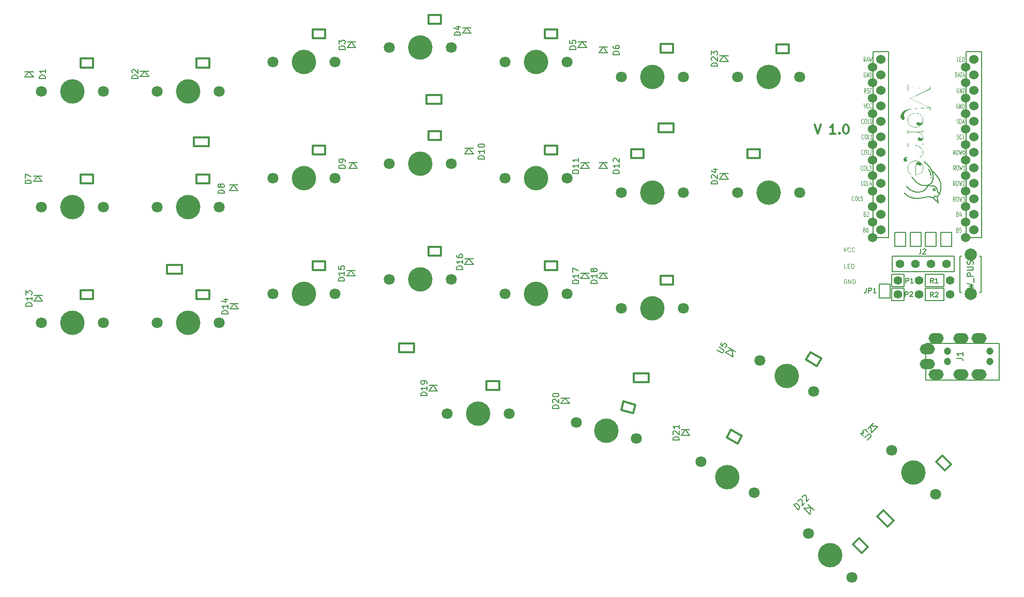
<source format=gto>
G04 #@! TF.GenerationSoftware,KiCad,Pcbnew,(6.0.9)*
G04 #@! TF.CreationDate,2022-12-04T20:33:53+01:00*
G04 #@! TF.ProjectId,corne-cherry,636f726e-652d-4636-9865-7272792e6b69,2.1*
G04 #@! TF.SameCoordinates,Original*
G04 #@! TF.FileFunction,Legend,Top*
G04 #@! TF.FilePolarity,Positive*
%FSLAX46Y46*%
G04 Gerber Fmt 4.6, Leading zero omitted, Abs format (unit mm)*
G04 Created by KiCad (PCBNEW (6.0.9)) date 2022-12-04 20:33:53*
%MOMM*%
%LPD*%
G01*
G04 APERTURE LIST*
%ADD10C,0.125000*%
%ADD11C,0.300000*%
%ADD12C,0.150000*%
%ADD13C,0.152400*%
%ADD14C,0.195791*%
%ADD15C,1.800000*%
%ADD16C,4.000000*%
%ADD17C,1.524000*%
%ADD18C,1.397000*%
%ADD19C,1.200000*%
%ADD20O,2.500000X1.700000*%
%ADD21C,2.000000*%
G04 APERTURE END LIST*
D10*
X196800480Y-106142646D02*
X196467146Y-106142646D01*
X196467146Y-105442646D01*
X197033813Y-105775980D02*
X197267146Y-105775980D01*
X197367146Y-106142646D02*
X197033813Y-106142646D01*
X197033813Y-105442646D01*
X197367146Y-105442646D01*
X197667146Y-106142646D02*
X197667146Y-105442646D01*
X197833813Y-105442646D01*
X197933813Y-105475980D01*
X198000480Y-105542646D01*
X198033813Y-105609313D01*
X198067146Y-105742646D01*
X198067146Y-105842646D01*
X198033813Y-105975980D01*
X198000480Y-106042646D01*
X197933813Y-106109313D01*
X197833813Y-106142646D01*
X197667146Y-106142646D01*
X196817146Y-107975980D02*
X196750480Y-107942646D01*
X196650480Y-107942646D01*
X196550480Y-107975980D01*
X196483813Y-108042646D01*
X196450480Y-108109313D01*
X196417146Y-108242646D01*
X196417146Y-108342646D01*
X196450480Y-108475980D01*
X196483813Y-108542646D01*
X196550480Y-108609313D01*
X196650480Y-108642646D01*
X196717146Y-108642646D01*
X196817146Y-108609313D01*
X196850480Y-108575980D01*
X196850480Y-108342646D01*
X196717146Y-108342646D01*
X197150480Y-108642646D02*
X197150480Y-107942646D01*
X197550480Y-108642646D01*
X197550480Y-107942646D01*
X197883813Y-108642646D02*
X197883813Y-107942646D01*
X198050480Y-107942646D01*
X198150480Y-107975980D01*
X198217146Y-108042646D01*
X198250480Y-108109313D01*
X198283813Y-108242646D01*
X198283813Y-108342646D01*
X198250480Y-108475980D01*
X198217146Y-108542646D01*
X198150480Y-108609313D01*
X198050480Y-108642646D01*
X197883813Y-108642646D01*
X196317146Y-102742646D02*
X196550480Y-103442646D01*
X196783813Y-102742646D01*
X197417146Y-103375980D02*
X197383813Y-103409313D01*
X197283813Y-103442646D01*
X197217146Y-103442646D01*
X197117146Y-103409313D01*
X197050480Y-103342646D01*
X197017146Y-103275980D01*
X196983813Y-103142646D01*
X196983813Y-103042646D01*
X197017146Y-102909313D01*
X197050480Y-102842646D01*
X197117146Y-102775980D01*
X197217146Y-102742646D01*
X197283813Y-102742646D01*
X197383813Y-102775980D01*
X197417146Y-102809313D01*
X198117146Y-103375980D02*
X198083813Y-103409313D01*
X197983813Y-103442646D01*
X197917146Y-103442646D01*
X197817146Y-103409313D01*
X197750480Y-103342646D01*
X197717146Y-103275980D01*
X197683813Y-103142646D01*
X197683813Y-103042646D01*
X197717146Y-102909313D01*
X197750480Y-102842646D01*
X197817146Y-102775980D01*
X197917146Y-102742646D01*
X197983813Y-102742646D01*
X198083813Y-102775980D01*
X198117146Y-102809313D01*
D11*
X191593337Y-82604551D02*
X192093337Y-84104551D01*
X192593337Y-82604551D01*
X195021908Y-84104551D02*
X194164765Y-84104551D01*
X194593337Y-84104551D02*
X194593337Y-82604551D01*
X194450480Y-82818837D01*
X194307622Y-82961694D01*
X194164765Y-83033122D01*
X195664765Y-83961694D02*
X195736194Y-84033122D01*
X195664765Y-84104551D01*
X195593337Y-84033122D01*
X195664765Y-83961694D01*
X195664765Y-84104551D01*
X196664765Y-82604551D02*
X196807622Y-82604551D01*
X196950480Y-82675980D01*
X197021908Y-82747408D01*
X197093337Y-82890265D01*
X197164765Y-83175980D01*
X197164765Y-83533122D01*
X197093337Y-83818837D01*
X197021908Y-83961694D01*
X196950480Y-84033122D01*
X196807622Y-84104551D01*
X196664765Y-84104551D01*
X196521908Y-84033122D01*
X196450480Y-83961694D01*
X196379051Y-83818837D01*
X196307622Y-83533122D01*
X196307622Y-83175980D01*
X196379051Y-82890265D01*
X196450480Y-82747408D01*
X196521908Y-82675980D01*
X196664765Y-82604551D01*
D12*
X65602860Y-75064075D02*
X64602860Y-75064075D01*
X64602860Y-74825980D01*
X64650480Y-74683122D01*
X64745718Y-74587884D01*
X64840956Y-74540265D01*
X65031432Y-74492646D01*
X65174289Y-74492646D01*
X65364765Y-74540265D01*
X65460003Y-74587884D01*
X65555241Y-74683122D01*
X65602860Y-74825980D01*
X65602860Y-75064075D01*
X65602860Y-73540265D02*
X65602860Y-74111694D01*
X65602860Y-73825980D02*
X64602860Y-73825980D01*
X64745718Y-73921218D01*
X64840956Y-74016456D01*
X64888575Y-74111694D01*
X80802860Y-75064075D02*
X79802860Y-75064075D01*
X79802860Y-74825980D01*
X79850480Y-74683122D01*
X79945718Y-74587884D01*
X80040956Y-74540265D01*
X80231432Y-74492646D01*
X80374289Y-74492646D01*
X80564765Y-74540265D01*
X80660003Y-74587884D01*
X80755241Y-74683122D01*
X80802860Y-74825980D01*
X80802860Y-75064075D01*
X79898099Y-74111694D02*
X79850480Y-74064075D01*
X79802860Y-73968837D01*
X79802860Y-73730741D01*
X79850480Y-73635503D01*
X79898099Y-73587884D01*
X79993337Y-73540265D01*
X80088575Y-73540265D01*
X80231432Y-73587884D01*
X80802860Y-74159313D01*
X80802860Y-73540265D01*
X114702860Y-70264075D02*
X113702860Y-70264075D01*
X113702860Y-70025980D01*
X113750480Y-69883122D01*
X113845718Y-69787884D01*
X113940956Y-69740265D01*
X114131432Y-69692646D01*
X114274289Y-69692646D01*
X114464765Y-69740265D01*
X114560003Y-69787884D01*
X114655241Y-69883122D01*
X114702860Y-70025980D01*
X114702860Y-70264075D01*
X113702860Y-69359313D02*
X113702860Y-68740265D01*
X114083813Y-69073599D01*
X114083813Y-68930741D01*
X114131432Y-68835503D01*
X114179051Y-68787884D01*
X114274289Y-68740265D01*
X114512384Y-68740265D01*
X114607622Y-68787884D01*
X114655241Y-68835503D01*
X114702860Y-68930741D01*
X114702860Y-69216456D01*
X114655241Y-69311694D01*
X114607622Y-69359313D01*
X133602860Y-67964075D02*
X132602860Y-67964075D01*
X132602860Y-67725980D01*
X132650480Y-67583122D01*
X132745718Y-67487884D01*
X132840956Y-67440265D01*
X133031432Y-67392646D01*
X133174289Y-67392646D01*
X133364765Y-67440265D01*
X133460003Y-67487884D01*
X133555241Y-67583122D01*
X133602860Y-67725980D01*
X133602860Y-67964075D01*
X132936194Y-66535503D02*
X133602860Y-66535503D01*
X132555241Y-66773599D02*
X133269527Y-67011694D01*
X133269527Y-66392646D01*
X152502860Y-70264075D02*
X151502860Y-70264075D01*
X151502860Y-70025980D01*
X151550480Y-69883122D01*
X151645718Y-69787884D01*
X151740956Y-69740265D01*
X151931432Y-69692646D01*
X152074289Y-69692646D01*
X152264765Y-69740265D01*
X152360003Y-69787884D01*
X152455241Y-69883122D01*
X152502860Y-70025980D01*
X152502860Y-70264075D01*
X151502860Y-68787884D02*
X151502860Y-69264075D01*
X151979051Y-69311694D01*
X151931432Y-69264075D01*
X151883813Y-69168837D01*
X151883813Y-68930741D01*
X151931432Y-68835503D01*
X151979051Y-68787884D01*
X152074289Y-68740265D01*
X152312384Y-68740265D01*
X152407622Y-68787884D01*
X152455241Y-68835503D01*
X152502860Y-68930741D01*
X152502860Y-69168837D01*
X152455241Y-69264075D01*
X152407622Y-69311694D01*
X159602860Y-71113095D02*
X158602860Y-71113095D01*
X158602860Y-70875000D01*
X158650480Y-70732142D01*
X158745718Y-70636904D01*
X158840956Y-70589285D01*
X159031432Y-70541666D01*
X159174289Y-70541666D01*
X159364765Y-70589285D01*
X159460003Y-70636904D01*
X159555241Y-70732142D01*
X159602860Y-70875000D01*
X159602860Y-71113095D01*
X158602860Y-69684523D02*
X158602860Y-69875000D01*
X158650480Y-69970238D01*
X158698099Y-70017857D01*
X158840956Y-70113095D01*
X159031432Y-70160714D01*
X159412384Y-70160714D01*
X159507622Y-70113095D01*
X159555241Y-70065476D01*
X159602860Y-69970238D01*
X159602860Y-69779761D01*
X159555241Y-69684523D01*
X159507622Y-69636904D01*
X159412384Y-69589285D01*
X159174289Y-69589285D01*
X159079051Y-69636904D01*
X159031432Y-69684523D01*
X158983813Y-69779761D01*
X158983813Y-69970238D01*
X159031432Y-70065476D01*
X159079051Y-70113095D01*
X159174289Y-70160714D01*
X63302860Y-92264075D02*
X62302860Y-92264075D01*
X62302860Y-92025980D01*
X62350480Y-91883122D01*
X62445718Y-91787884D01*
X62540956Y-91740265D01*
X62731432Y-91692646D01*
X62874289Y-91692646D01*
X63064765Y-91740265D01*
X63160003Y-91787884D01*
X63255241Y-91883122D01*
X63302860Y-92025980D01*
X63302860Y-92264075D01*
X62302860Y-91359313D02*
X62302860Y-90692646D01*
X63302860Y-91121218D01*
X94902860Y-93864075D02*
X93902860Y-93864075D01*
X93902860Y-93625980D01*
X93950480Y-93483122D01*
X94045718Y-93387884D01*
X94140956Y-93340265D01*
X94331432Y-93292646D01*
X94474289Y-93292646D01*
X94664765Y-93340265D01*
X94760003Y-93387884D01*
X94855241Y-93483122D01*
X94902860Y-93625980D01*
X94902860Y-93864075D01*
X94331432Y-92721218D02*
X94283813Y-92816456D01*
X94236194Y-92864075D01*
X94140956Y-92911694D01*
X94093337Y-92911694D01*
X93998099Y-92864075D01*
X93950480Y-92816456D01*
X93902860Y-92721218D01*
X93902860Y-92530741D01*
X93950480Y-92435503D01*
X93998099Y-92387884D01*
X94093337Y-92340265D01*
X94140956Y-92340265D01*
X94236194Y-92387884D01*
X94283813Y-92435503D01*
X94331432Y-92530741D01*
X94331432Y-92721218D01*
X94379051Y-92816456D01*
X94426670Y-92864075D01*
X94521908Y-92911694D01*
X94712384Y-92911694D01*
X94807622Y-92864075D01*
X94855241Y-92816456D01*
X94902860Y-92721218D01*
X94902860Y-92530741D01*
X94855241Y-92435503D01*
X94807622Y-92387884D01*
X94712384Y-92340265D01*
X94521908Y-92340265D01*
X94426670Y-92387884D01*
X94379051Y-92435503D01*
X94331432Y-92530741D01*
X114702860Y-89764075D02*
X113702860Y-89764075D01*
X113702860Y-89525980D01*
X113750480Y-89383122D01*
X113845718Y-89287884D01*
X113940956Y-89240265D01*
X114131432Y-89192646D01*
X114274289Y-89192646D01*
X114464765Y-89240265D01*
X114560003Y-89287884D01*
X114655241Y-89383122D01*
X114702860Y-89525980D01*
X114702860Y-89764075D01*
X114702860Y-88716456D02*
X114702860Y-88525980D01*
X114655241Y-88430741D01*
X114607622Y-88383122D01*
X114464765Y-88287884D01*
X114274289Y-88240265D01*
X113893337Y-88240265D01*
X113798099Y-88287884D01*
X113750480Y-88335503D01*
X113702860Y-88430741D01*
X113702860Y-88621218D01*
X113750480Y-88716456D01*
X113798099Y-88764075D01*
X113893337Y-88811694D01*
X114131432Y-88811694D01*
X114226670Y-88764075D01*
X114274289Y-88716456D01*
X114321908Y-88621218D01*
X114321908Y-88430741D01*
X114274289Y-88335503D01*
X114226670Y-88287884D01*
X114131432Y-88240265D01*
X137502860Y-88240265D02*
X136502860Y-88240265D01*
X136502860Y-88002170D01*
X136550480Y-87859313D01*
X136645718Y-87764075D01*
X136740956Y-87716456D01*
X136931432Y-87668837D01*
X137074289Y-87668837D01*
X137264765Y-87716456D01*
X137360003Y-87764075D01*
X137455241Y-87859313D01*
X137502860Y-88002170D01*
X137502860Y-88240265D01*
X137502860Y-86716456D02*
X137502860Y-87287884D01*
X137502860Y-87002170D02*
X136502860Y-87002170D01*
X136645718Y-87097408D01*
X136740956Y-87192646D01*
X136788575Y-87287884D01*
X136502860Y-86097408D02*
X136502860Y-86002170D01*
X136550480Y-85906932D01*
X136598099Y-85859313D01*
X136693337Y-85811694D01*
X136883813Y-85764075D01*
X137121908Y-85764075D01*
X137312384Y-85811694D01*
X137407622Y-85859313D01*
X137455241Y-85906932D01*
X137502860Y-86002170D01*
X137502860Y-86097408D01*
X137455241Y-86192646D01*
X137407622Y-86240265D01*
X137312384Y-86287884D01*
X137121908Y-86335503D01*
X136883813Y-86335503D01*
X136693337Y-86287884D01*
X136598099Y-86240265D01*
X136550480Y-86192646D01*
X136502860Y-86097408D01*
X152952380Y-90589285D02*
X151952380Y-90589285D01*
X151952380Y-90351190D01*
X152000000Y-90208333D01*
X152095238Y-90113095D01*
X152190476Y-90065476D01*
X152380952Y-90017857D01*
X152523809Y-90017857D01*
X152714285Y-90065476D01*
X152809523Y-90113095D01*
X152904761Y-90208333D01*
X152952380Y-90351190D01*
X152952380Y-90589285D01*
X152952380Y-89065476D02*
X152952380Y-89636904D01*
X152952380Y-89351190D02*
X151952380Y-89351190D01*
X152095238Y-89446428D01*
X152190476Y-89541666D01*
X152238095Y-89636904D01*
X152952380Y-88113095D02*
X152952380Y-88684523D01*
X152952380Y-88398809D02*
X151952380Y-88398809D01*
X152095238Y-88494047D01*
X152190476Y-88589285D01*
X152238095Y-88684523D01*
X159602860Y-90589285D02*
X158602860Y-90589285D01*
X158602860Y-90351190D01*
X158650480Y-90208333D01*
X158745718Y-90113095D01*
X158840956Y-90065476D01*
X159031432Y-90017857D01*
X159174289Y-90017857D01*
X159364765Y-90065476D01*
X159460003Y-90113095D01*
X159555241Y-90208333D01*
X159602860Y-90351190D01*
X159602860Y-90589285D01*
X159602860Y-89065476D02*
X159602860Y-89636904D01*
X159602860Y-89351190D02*
X158602860Y-89351190D01*
X158745718Y-89446428D01*
X158840956Y-89541666D01*
X158888575Y-89636904D01*
X158698099Y-88684523D02*
X158650480Y-88636904D01*
X158602860Y-88541666D01*
X158602860Y-88303571D01*
X158650480Y-88208333D01*
X158698099Y-88160714D01*
X158793337Y-88113095D01*
X158888575Y-88113095D01*
X159031432Y-88160714D01*
X159602860Y-88732142D01*
X159602860Y-88113095D01*
X63402860Y-112340265D02*
X62402860Y-112340265D01*
X62402860Y-112102170D01*
X62450480Y-111959313D01*
X62545718Y-111864075D01*
X62640956Y-111816456D01*
X62831432Y-111768837D01*
X62974289Y-111768837D01*
X63164765Y-111816456D01*
X63260003Y-111864075D01*
X63355241Y-111959313D01*
X63402860Y-112102170D01*
X63402860Y-112340265D01*
X63402860Y-110816456D02*
X63402860Y-111387884D01*
X63402860Y-111102170D02*
X62402860Y-111102170D01*
X62545718Y-111197408D01*
X62640956Y-111292646D01*
X62688575Y-111387884D01*
X62402860Y-110483122D02*
X62402860Y-109864075D01*
X62783813Y-110197408D01*
X62783813Y-110054551D01*
X62831432Y-109959313D01*
X62879051Y-109911694D01*
X62974289Y-109864075D01*
X63212384Y-109864075D01*
X63307622Y-109911694D01*
X63355241Y-109959313D01*
X63402860Y-110054551D01*
X63402860Y-110340265D01*
X63355241Y-110435503D01*
X63307622Y-110483122D01*
X95502860Y-113640265D02*
X94502860Y-113640265D01*
X94502860Y-113402170D01*
X94550480Y-113259313D01*
X94645718Y-113164075D01*
X94740956Y-113116456D01*
X94931432Y-113068837D01*
X95074289Y-113068837D01*
X95264765Y-113116456D01*
X95360003Y-113164075D01*
X95455241Y-113259313D01*
X95502860Y-113402170D01*
X95502860Y-113640265D01*
X95502860Y-112116456D02*
X95502860Y-112687884D01*
X95502860Y-112402170D02*
X94502860Y-112402170D01*
X94645718Y-112497408D01*
X94740956Y-112592646D01*
X94788575Y-112687884D01*
X94836194Y-111259313D02*
X95502860Y-111259313D01*
X94455241Y-111497408D02*
X95169527Y-111735503D01*
X95169527Y-111116456D01*
X114602860Y-108240265D02*
X113602860Y-108240265D01*
X113602860Y-108002170D01*
X113650480Y-107859313D01*
X113745718Y-107764075D01*
X113840956Y-107716456D01*
X114031432Y-107668837D01*
X114174289Y-107668837D01*
X114364765Y-107716456D01*
X114460003Y-107764075D01*
X114555241Y-107859313D01*
X114602860Y-108002170D01*
X114602860Y-108240265D01*
X114602860Y-106716456D02*
X114602860Y-107287884D01*
X114602860Y-107002170D02*
X113602860Y-107002170D01*
X113745718Y-107097408D01*
X113840956Y-107192646D01*
X113888575Y-107287884D01*
X113602860Y-105811694D02*
X113602860Y-106287884D01*
X114079051Y-106335503D01*
X114031432Y-106287884D01*
X113983813Y-106192646D01*
X113983813Y-105954551D01*
X114031432Y-105859313D01*
X114079051Y-105811694D01*
X114174289Y-105764075D01*
X114412384Y-105764075D01*
X114507622Y-105811694D01*
X114555241Y-105859313D01*
X114602860Y-105954551D01*
X114602860Y-106192646D01*
X114555241Y-106287884D01*
X114507622Y-106335503D01*
X133952380Y-106340265D02*
X132952380Y-106340265D01*
X132952380Y-106102170D01*
X133000000Y-105959313D01*
X133095238Y-105864075D01*
X133190476Y-105816456D01*
X133380952Y-105768837D01*
X133523809Y-105768837D01*
X133714285Y-105816456D01*
X133809523Y-105864075D01*
X133904761Y-105959313D01*
X133952380Y-106102170D01*
X133952380Y-106340265D01*
X133952380Y-104816456D02*
X133952380Y-105387884D01*
X133952380Y-105102170D02*
X132952380Y-105102170D01*
X133095238Y-105197408D01*
X133190476Y-105292646D01*
X133238095Y-105387884D01*
X132952380Y-103959313D02*
X132952380Y-104149789D01*
X133000000Y-104245027D01*
X133047619Y-104292646D01*
X133190476Y-104387884D01*
X133380952Y-104435503D01*
X133761904Y-104435503D01*
X133857142Y-104387884D01*
X133904761Y-104340265D01*
X133952380Y-104245027D01*
X133952380Y-104054551D01*
X133904761Y-103959313D01*
X133857142Y-103911694D01*
X133761904Y-103864075D01*
X133523809Y-103864075D01*
X133428571Y-103911694D01*
X133380952Y-103959313D01*
X133333333Y-104054551D01*
X133333333Y-104245027D01*
X133380952Y-104340265D01*
X133428571Y-104387884D01*
X133523809Y-104435503D01*
X152952380Y-108640265D02*
X151952380Y-108640265D01*
X151952380Y-108402170D01*
X152000000Y-108259313D01*
X152095238Y-108164075D01*
X152190476Y-108116456D01*
X152380952Y-108068837D01*
X152523809Y-108068837D01*
X152714285Y-108116456D01*
X152809523Y-108164075D01*
X152904761Y-108259313D01*
X152952380Y-108402170D01*
X152952380Y-108640265D01*
X152952380Y-107116456D02*
X152952380Y-107687884D01*
X152952380Y-107402170D02*
X151952380Y-107402170D01*
X152095238Y-107497408D01*
X152190476Y-107592646D01*
X152238095Y-107687884D01*
X151952380Y-106783122D02*
X151952380Y-106116456D01*
X152952380Y-106545027D01*
X155952380Y-108640265D02*
X154952380Y-108640265D01*
X154952380Y-108402170D01*
X155000000Y-108259313D01*
X155095238Y-108164075D01*
X155190476Y-108116456D01*
X155380952Y-108068837D01*
X155523809Y-108068837D01*
X155714285Y-108116456D01*
X155809523Y-108164075D01*
X155904761Y-108259313D01*
X155952380Y-108402170D01*
X155952380Y-108640265D01*
X155952380Y-107116456D02*
X155952380Y-107687884D01*
X155952380Y-107402170D02*
X154952380Y-107402170D01*
X155095238Y-107497408D01*
X155190476Y-107592646D01*
X155238095Y-107687884D01*
X155380952Y-106545027D02*
X155333333Y-106640265D01*
X155285714Y-106687884D01*
X155190476Y-106735503D01*
X155142857Y-106735503D01*
X155047619Y-106687884D01*
X155000000Y-106640265D01*
X154952380Y-106545027D01*
X154952380Y-106354551D01*
X155000000Y-106259313D01*
X155047619Y-106211694D01*
X155142857Y-106164075D01*
X155190476Y-106164075D01*
X155285714Y-106211694D01*
X155333333Y-106259313D01*
X155380952Y-106354551D01*
X155380952Y-106545027D01*
X155428571Y-106640265D01*
X155476190Y-106687884D01*
X155571428Y-106735503D01*
X155761904Y-106735503D01*
X155857142Y-106687884D01*
X155904761Y-106640265D01*
X155952380Y-106545027D01*
X155952380Y-106354551D01*
X155904761Y-106259313D01*
X155857142Y-106211694D01*
X155761904Y-106164075D01*
X155571428Y-106164075D01*
X155476190Y-106211694D01*
X155428571Y-106259313D01*
X155380952Y-106354551D01*
X128102860Y-127040265D02*
X127102860Y-127040265D01*
X127102860Y-126802170D01*
X127150480Y-126659313D01*
X127245718Y-126564075D01*
X127340956Y-126516456D01*
X127531432Y-126468837D01*
X127674289Y-126468837D01*
X127864765Y-126516456D01*
X127960003Y-126564075D01*
X128055241Y-126659313D01*
X128102860Y-126802170D01*
X128102860Y-127040265D01*
X128102860Y-125516456D02*
X128102860Y-126087884D01*
X128102860Y-125802170D02*
X127102860Y-125802170D01*
X127245718Y-125897408D01*
X127340956Y-125992646D01*
X127388575Y-126087884D01*
X128102860Y-125040265D02*
X128102860Y-124849789D01*
X128055241Y-124754551D01*
X128007622Y-124706932D01*
X127864765Y-124611694D01*
X127674289Y-124564075D01*
X127293337Y-124564075D01*
X127198099Y-124611694D01*
X127150480Y-124659313D01*
X127102860Y-124754551D01*
X127102860Y-124945027D01*
X127150480Y-125040265D01*
X127198099Y-125087884D01*
X127293337Y-125135503D01*
X127531432Y-125135503D01*
X127626670Y-125087884D01*
X127674289Y-125040265D01*
X127721908Y-124945027D01*
X127721908Y-124754551D01*
X127674289Y-124659313D01*
X127626670Y-124611694D01*
X127531432Y-124564075D01*
X149702860Y-129140265D02*
X148702860Y-129140265D01*
X148702860Y-128902170D01*
X148750480Y-128759313D01*
X148845718Y-128664075D01*
X148940956Y-128616456D01*
X149131432Y-128568837D01*
X149274289Y-128568837D01*
X149464765Y-128616456D01*
X149560003Y-128664075D01*
X149655241Y-128759313D01*
X149702860Y-128902170D01*
X149702860Y-129140265D01*
X148798099Y-128187884D02*
X148750480Y-128140265D01*
X148702860Y-128045027D01*
X148702860Y-127806932D01*
X148750480Y-127711694D01*
X148798099Y-127664075D01*
X148893337Y-127616456D01*
X148988575Y-127616456D01*
X149131432Y-127664075D01*
X149702860Y-128235503D01*
X149702860Y-127616456D01*
X148702860Y-126997408D02*
X148702860Y-126902170D01*
X148750480Y-126806932D01*
X148798099Y-126759313D01*
X148893337Y-126711694D01*
X149083813Y-126664075D01*
X149321908Y-126664075D01*
X149512384Y-126711694D01*
X149607622Y-126759313D01*
X149655241Y-126806932D01*
X149702860Y-126902170D01*
X149702860Y-126997408D01*
X149655241Y-127092646D01*
X149607622Y-127140265D01*
X149512384Y-127187884D01*
X149321908Y-127235503D01*
X149083813Y-127235503D01*
X148893337Y-127187884D01*
X148798099Y-127140265D01*
X148750480Y-127092646D01*
X148702860Y-126997408D01*
X169402860Y-134340265D02*
X168402860Y-134340265D01*
X168402860Y-134102170D01*
X168450480Y-133959313D01*
X168545718Y-133864075D01*
X168640956Y-133816456D01*
X168831432Y-133768837D01*
X168974289Y-133768837D01*
X169164765Y-133816456D01*
X169260003Y-133864075D01*
X169355241Y-133959313D01*
X169402860Y-134102170D01*
X169402860Y-134340265D01*
X168498099Y-133387884D02*
X168450480Y-133340265D01*
X168402860Y-133245027D01*
X168402860Y-133006932D01*
X168450480Y-132911694D01*
X168498099Y-132864075D01*
X168593337Y-132816456D01*
X168688575Y-132816456D01*
X168831432Y-132864075D01*
X169402860Y-133435503D01*
X169402860Y-132816456D01*
X169402860Y-131864075D02*
X169402860Y-132435503D01*
X169402860Y-132149789D02*
X168402860Y-132149789D01*
X168545718Y-132245027D01*
X168640956Y-132340265D01*
X168688575Y-132435503D01*
D10*
X199460860Y-90001837D02*
X199437051Y-90037551D01*
X199365622Y-90073265D01*
X199318003Y-90073265D01*
X199246575Y-90037551D01*
X199198956Y-89966122D01*
X199175146Y-89894694D01*
X199151337Y-89751837D01*
X199151337Y-89644694D01*
X199175146Y-89501837D01*
X199198956Y-89430408D01*
X199246575Y-89358980D01*
X199318003Y-89323265D01*
X199365622Y-89323265D01*
X199437051Y-89358980D01*
X199460860Y-89394694D01*
X199770384Y-89323265D02*
X199865622Y-89323265D01*
X199913241Y-89358980D01*
X199960860Y-89430408D01*
X199984670Y-89573265D01*
X199984670Y-89823265D01*
X199960860Y-89966122D01*
X199913241Y-90037551D01*
X199865622Y-90073265D01*
X199770384Y-90073265D01*
X199722765Y-90037551D01*
X199675146Y-89966122D01*
X199651337Y-89823265D01*
X199651337Y-89573265D01*
X199675146Y-89430408D01*
X199722765Y-89358980D01*
X199770384Y-89323265D01*
X200437051Y-90073265D02*
X200198956Y-90073265D01*
X200198956Y-89323265D01*
X200556099Y-89323265D02*
X200865622Y-89323265D01*
X200698956Y-89608980D01*
X200770384Y-89608980D01*
X200818003Y-89644694D01*
X200841813Y-89680408D01*
X200865622Y-89751837D01*
X200865622Y-89930408D01*
X200841813Y-90001837D01*
X200818003Y-90037551D01*
X200770384Y-90073265D01*
X200627527Y-90073265D01*
X200579908Y-90037551D01*
X200556099Y-90001837D01*
X199610860Y-84873837D02*
X199587051Y-84909551D01*
X199515622Y-84945265D01*
X199468003Y-84945265D01*
X199396575Y-84909551D01*
X199348956Y-84838122D01*
X199325146Y-84766694D01*
X199301337Y-84623837D01*
X199301337Y-84516694D01*
X199325146Y-84373837D01*
X199348956Y-84302408D01*
X199396575Y-84230980D01*
X199468003Y-84195265D01*
X199515622Y-84195265D01*
X199587051Y-84230980D01*
X199610860Y-84266694D01*
X199920384Y-84195265D02*
X200015622Y-84195265D01*
X200063241Y-84230980D01*
X200110860Y-84302408D01*
X200134670Y-84445265D01*
X200134670Y-84695265D01*
X200110860Y-84838122D01*
X200063241Y-84909551D01*
X200015622Y-84945265D01*
X199920384Y-84945265D01*
X199872765Y-84909551D01*
X199825146Y-84838122D01*
X199801337Y-84695265D01*
X199801337Y-84445265D01*
X199825146Y-84302408D01*
X199872765Y-84230980D01*
X199920384Y-84195265D01*
X200587051Y-84945265D02*
X200348956Y-84945265D01*
X200348956Y-84195265D01*
X201015622Y-84945265D02*
X200729908Y-84945265D01*
X200872765Y-84945265D02*
X200872765Y-84195265D01*
X200825146Y-84302408D01*
X200777527Y-84373837D01*
X200729908Y-84409551D01*
X199626313Y-79115265D02*
X199792980Y-79865265D01*
X199959646Y-79115265D01*
X200412027Y-79793837D02*
X200388218Y-79829551D01*
X200316789Y-79865265D01*
X200269170Y-79865265D01*
X200197741Y-79829551D01*
X200150122Y-79758122D01*
X200126313Y-79686694D01*
X200102503Y-79543837D01*
X200102503Y-79436694D01*
X200126313Y-79293837D01*
X200150122Y-79222408D01*
X200197741Y-79150980D01*
X200269170Y-79115265D01*
X200316789Y-79115265D01*
X200388218Y-79150980D01*
X200412027Y-79186694D01*
X200912027Y-79793837D02*
X200888218Y-79829551D01*
X200816789Y-79865265D01*
X200769170Y-79865265D01*
X200697741Y-79829551D01*
X200650122Y-79758122D01*
X200626313Y-79686694D01*
X200602503Y-79543837D01*
X200602503Y-79436694D01*
X200626313Y-79293837D01*
X200650122Y-79222408D01*
X200697741Y-79150980D01*
X200769170Y-79115265D01*
X200816789Y-79115265D01*
X200888218Y-79150980D01*
X200912027Y-79186694D01*
X199912027Y-74070980D02*
X199864408Y-74035265D01*
X199792980Y-74035265D01*
X199721551Y-74070980D01*
X199673932Y-74142408D01*
X199650122Y-74213837D01*
X199626313Y-74356694D01*
X199626313Y-74463837D01*
X199650122Y-74606694D01*
X199673932Y-74678122D01*
X199721551Y-74749551D01*
X199792980Y-74785265D01*
X199840599Y-74785265D01*
X199912027Y-74749551D01*
X199935837Y-74713837D01*
X199935837Y-74463837D01*
X199840599Y-74463837D01*
X200150122Y-74785265D02*
X200150122Y-74035265D01*
X200435837Y-74785265D01*
X200435837Y-74035265D01*
X200673932Y-74785265D02*
X200673932Y-74035265D01*
X200792980Y-74035265D01*
X200864408Y-74070980D01*
X200912027Y-74142408D01*
X200935837Y-74213837D01*
X200959646Y-74356694D01*
X200959646Y-74463837D01*
X200935837Y-74606694D01*
X200912027Y-74678122D01*
X200864408Y-74749551D01*
X200792980Y-74785265D01*
X200673932Y-74785265D01*
X215006099Y-97252408D02*
X215077527Y-97288122D01*
X215101337Y-97323837D01*
X215125146Y-97395265D01*
X215125146Y-97502408D01*
X215101337Y-97573837D01*
X215077527Y-97609551D01*
X215029908Y-97645265D01*
X214839432Y-97645265D01*
X214839432Y-96895265D01*
X215006099Y-96895265D01*
X215053718Y-96930980D01*
X215077527Y-96966694D01*
X215101337Y-97038122D01*
X215101337Y-97109551D01*
X215077527Y-97180980D01*
X215053718Y-97216694D01*
X215006099Y-97252408D01*
X214839432Y-97252408D01*
X215553718Y-97145265D02*
X215553718Y-97645265D01*
X215434670Y-96859551D02*
X215315622Y-97395265D01*
X215625146Y-97395265D01*
X214862337Y-82369551D02*
X214933765Y-82405265D01*
X215052813Y-82405265D01*
X215100432Y-82369551D01*
X215124241Y-82333837D01*
X215148051Y-82262408D01*
X215148051Y-82190980D01*
X215124241Y-82119551D01*
X215100432Y-82083837D01*
X215052813Y-82048122D01*
X214957575Y-82012408D01*
X214909956Y-81976694D01*
X214886146Y-81940980D01*
X214862337Y-81869551D01*
X214862337Y-81798122D01*
X214886146Y-81726694D01*
X214909956Y-81690980D01*
X214957575Y-81655265D01*
X215076622Y-81655265D01*
X215148051Y-81690980D01*
X215362337Y-82405265D02*
X215362337Y-81655265D01*
X215481384Y-81655265D01*
X215552813Y-81690980D01*
X215600432Y-81762408D01*
X215624241Y-81833837D01*
X215648051Y-81976694D01*
X215648051Y-82083837D01*
X215624241Y-82226694D01*
X215600432Y-82298122D01*
X215552813Y-82369551D01*
X215481384Y-82405265D01*
X215362337Y-82405265D01*
X215838527Y-82190980D02*
X216076622Y-82190980D01*
X215790908Y-82405265D02*
X215957575Y-81655265D01*
X216124241Y-82405265D01*
X199560860Y-82351837D02*
X199537051Y-82387551D01*
X199465622Y-82423265D01*
X199418003Y-82423265D01*
X199346575Y-82387551D01*
X199298956Y-82316122D01*
X199275146Y-82244694D01*
X199251337Y-82101837D01*
X199251337Y-81994694D01*
X199275146Y-81851837D01*
X199298956Y-81780408D01*
X199346575Y-81708980D01*
X199418003Y-81673265D01*
X199465622Y-81673265D01*
X199537051Y-81708980D01*
X199560860Y-81744694D01*
X199870384Y-81673265D02*
X199965622Y-81673265D01*
X200013241Y-81708980D01*
X200060860Y-81780408D01*
X200084670Y-81923265D01*
X200084670Y-82173265D01*
X200060860Y-82316122D01*
X200013241Y-82387551D01*
X199965622Y-82423265D01*
X199870384Y-82423265D01*
X199822765Y-82387551D01*
X199775146Y-82316122D01*
X199751337Y-82173265D01*
X199751337Y-81923265D01*
X199775146Y-81780408D01*
X199822765Y-81708980D01*
X199870384Y-81673265D01*
X200537051Y-82423265D02*
X200298956Y-82423265D01*
X200298956Y-81673265D01*
X200798956Y-81673265D02*
X200846575Y-81673265D01*
X200894194Y-81708980D01*
X200918003Y-81744694D01*
X200941813Y-81816122D01*
X200965622Y-81958980D01*
X200965622Y-82137551D01*
X200941813Y-82280408D01*
X200918003Y-82351837D01*
X200894194Y-82387551D01*
X200846575Y-82423265D01*
X200798956Y-82423265D01*
X200751337Y-82387551D01*
X200727527Y-82351837D01*
X200703718Y-82280408D01*
X200679908Y-82137551D01*
X200679908Y-81958980D01*
X200703718Y-81816122D01*
X200727527Y-81744694D01*
X200751337Y-81708980D01*
X200798956Y-81673265D01*
X200019170Y-77388765D02*
X199852503Y-77031622D01*
X199733456Y-77388765D02*
X199733456Y-76638765D01*
X199923932Y-76638765D01*
X199971551Y-76674480D01*
X199995360Y-76710194D01*
X200019170Y-76781622D01*
X200019170Y-76888765D01*
X199995360Y-76960194D01*
X199971551Y-76995908D01*
X199923932Y-77031622D01*
X199733456Y-77031622D01*
X200209646Y-77353051D02*
X200281075Y-77388765D01*
X200400122Y-77388765D01*
X200447741Y-77353051D01*
X200471551Y-77317337D01*
X200495360Y-77245908D01*
X200495360Y-77174480D01*
X200471551Y-77103051D01*
X200447741Y-77067337D01*
X200400122Y-77031622D01*
X200304884Y-76995908D01*
X200257265Y-76960194D01*
X200233456Y-76924480D01*
X200209646Y-76853051D01*
X200209646Y-76781622D01*
X200233456Y-76710194D01*
X200257265Y-76674480D01*
X200304884Y-76638765D01*
X200423932Y-76638765D01*
X200495360Y-76674480D01*
X200638218Y-76638765D02*
X200923932Y-76638765D01*
X200781075Y-77388765D02*
X200781075Y-76638765D01*
X214608480Y-74773265D02*
X214608480Y-74023265D01*
X214727527Y-74023265D01*
X214798956Y-74058980D01*
X214846575Y-74130408D01*
X214870384Y-74201837D01*
X214894194Y-74344694D01*
X214894194Y-74451837D01*
X214870384Y-74594694D01*
X214846575Y-74666122D01*
X214798956Y-74737551D01*
X214727527Y-74773265D01*
X214608480Y-74773265D01*
X215084670Y-74558980D02*
X215322765Y-74558980D01*
X215037051Y-74773265D02*
X215203718Y-74023265D01*
X215370384Y-74773265D01*
X215465622Y-74023265D02*
X215751337Y-74023265D01*
X215608480Y-74773265D02*
X215608480Y-74023265D01*
X215894194Y-74558980D02*
X216132289Y-74558980D01*
X215846575Y-74773265D02*
X216013241Y-74023265D01*
X216179908Y-74773265D01*
X215187051Y-72245265D02*
X214948956Y-72245265D01*
X214948956Y-71495265D01*
X215353718Y-71852408D02*
X215520384Y-71852408D01*
X215591813Y-72245265D02*
X215353718Y-72245265D01*
X215353718Y-71495265D01*
X215591813Y-71495265D01*
X215806099Y-72245265D02*
X215806099Y-71495265D01*
X215925146Y-71495265D01*
X215996575Y-71530980D01*
X216044194Y-71602408D01*
X216068003Y-71673837D01*
X216091813Y-71816694D01*
X216091813Y-71923837D01*
X216068003Y-72066694D01*
X216044194Y-72138122D01*
X215996575Y-72209551D01*
X215925146Y-72245265D01*
X215806099Y-72245265D01*
X199947741Y-72245265D02*
X199781075Y-71888122D01*
X199662027Y-72245265D02*
X199662027Y-71495265D01*
X199852503Y-71495265D01*
X199900122Y-71530980D01*
X199923932Y-71566694D01*
X199947741Y-71638122D01*
X199947741Y-71745265D01*
X199923932Y-71816694D01*
X199900122Y-71852408D01*
X199852503Y-71888122D01*
X199662027Y-71888122D01*
X200138218Y-72030980D02*
X200376313Y-72030980D01*
X200090599Y-72245265D02*
X200257265Y-71495265D01*
X200423932Y-72245265D01*
X200542980Y-71495265D02*
X200662027Y-72245265D01*
X200757265Y-71709551D01*
X200852503Y-72245265D01*
X200971551Y-71495265D01*
X214577527Y-95168765D02*
X214410860Y-94811622D01*
X214291813Y-95168765D02*
X214291813Y-94418765D01*
X214482289Y-94418765D01*
X214529908Y-94454480D01*
X214553718Y-94490194D01*
X214577527Y-94561622D01*
X214577527Y-94668765D01*
X214553718Y-94740194D01*
X214529908Y-94775908D01*
X214482289Y-94811622D01*
X214291813Y-94811622D01*
X214887051Y-94418765D02*
X214982289Y-94418765D01*
X215029908Y-94454480D01*
X215077527Y-94525908D01*
X215101337Y-94668765D01*
X215101337Y-94918765D01*
X215077527Y-95061622D01*
X215029908Y-95133051D01*
X214982289Y-95168765D01*
X214887051Y-95168765D01*
X214839432Y-95133051D01*
X214791813Y-95061622D01*
X214768003Y-94918765D01*
X214768003Y-94668765D01*
X214791813Y-94525908D01*
X214839432Y-94454480D01*
X214887051Y-94418765D01*
X215268003Y-94418765D02*
X215387051Y-95168765D01*
X215482289Y-94633051D01*
X215577527Y-95168765D01*
X215696575Y-94418765D01*
X215839432Y-94418765D02*
X216148956Y-94418765D01*
X215982289Y-94704480D01*
X216053718Y-94704480D01*
X216101337Y-94740194D01*
X216125146Y-94775908D01*
X216148956Y-94847337D01*
X216148956Y-95025908D01*
X216125146Y-95097337D01*
X216101337Y-95133051D01*
X216053718Y-95168765D01*
X215910860Y-95168765D01*
X215863241Y-95133051D01*
X215839432Y-95097337D01*
X199510860Y-92501837D02*
X199487051Y-92537551D01*
X199415622Y-92573265D01*
X199368003Y-92573265D01*
X199296575Y-92537551D01*
X199248956Y-92466122D01*
X199225146Y-92394694D01*
X199201337Y-92251837D01*
X199201337Y-92144694D01*
X199225146Y-92001837D01*
X199248956Y-91930408D01*
X199296575Y-91858980D01*
X199368003Y-91823265D01*
X199415622Y-91823265D01*
X199487051Y-91858980D01*
X199510860Y-91894694D01*
X199820384Y-91823265D02*
X199915622Y-91823265D01*
X199963241Y-91858980D01*
X200010860Y-91930408D01*
X200034670Y-92073265D01*
X200034670Y-92323265D01*
X200010860Y-92466122D01*
X199963241Y-92537551D01*
X199915622Y-92573265D01*
X199820384Y-92573265D01*
X199772765Y-92537551D01*
X199725146Y-92466122D01*
X199701337Y-92323265D01*
X199701337Y-92073265D01*
X199725146Y-91930408D01*
X199772765Y-91858980D01*
X199820384Y-91823265D01*
X200487051Y-92573265D02*
X200248956Y-92573265D01*
X200248956Y-91823265D01*
X200868003Y-92073265D02*
X200868003Y-92573265D01*
X200748956Y-91787551D02*
X200629908Y-92323265D01*
X200939432Y-92323265D01*
X215006099Y-99855908D02*
X215077527Y-99891622D01*
X215101337Y-99927337D01*
X215125146Y-99998765D01*
X215125146Y-100105908D01*
X215101337Y-100177337D01*
X215077527Y-100213051D01*
X215029908Y-100248765D01*
X214839432Y-100248765D01*
X214839432Y-99498765D01*
X215006099Y-99498765D01*
X215053718Y-99534480D01*
X215077527Y-99570194D01*
X215101337Y-99641622D01*
X215101337Y-99713051D01*
X215077527Y-99784480D01*
X215053718Y-99820194D01*
X215006099Y-99855908D01*
X214839432Y-99855908D01*
X215577527Y-99498765D02*
X215339432Y-99498765D01*
X215315622Y-99855908D01*
X215339432Y-99820194D01*
X215387051Y-99784480D01*
X215506099Y-99784480D01*
X215553718Y-99820194D01*
X215577527Y-99855908D01*
X215601337Y-99927337D01*
X215601337Y-100105908D01*
X215577527Y-100177337D01*
X215553718Y-100213051D01*
X215506099Y-100248765D01*
X215387051Y-100248765D01*
X215339432Y-100213051D01*
X215315622Y-100177337D01*
X214627527Y-90025265D02*
X214460860Y-89668122D01*
X214341813Y-90025265D02*
X214341813Y-89275265D01*
X214532289Y-89275265D01*
X214579908Y-89310980D01*
X214603718Y-89346694D01*
X214627527Y-89418122D01*
X214627527Y-89525265D01*
X214603718Y-89596694D01*
X214579908Y-89632408D01*
X214532289Y-89668122D01*
X214341813Y-89668122D01*
X214937051Y-89275265D02*
X215032289Y-89275265D01*
X215079908Y-89310980D01*
X215127527Y-89382408D01*
X215151337Y-89525265D01*
X215151337Y-89775265D01*
X215127527Y-89918122D01*
X215079908Y-89989551D01*
X215032289Y-90025265D01*
X214937051Y-90025265D01*
X214889432Y-89989551D01*
X214841813Y-89918122D01*
X214818003Y-89775265D01*
X214818003Y-89525265D01*
X214841813Y-89382408D01*
X214889432Y-89310980D01*
X214937051Y-89275265D01*
X215318003Y-89275265D02*
X215437051Y-90025265D01*
X215532289Y-89489551D01*
X215627527Y-90025265D01*
X215746575Y-89275265D01*
X216198956Y-90025265D02*
X215913241Y-90025265D01*
X216056099Y-90025265D02*
X216056099Y-89275265D01*
X216008480Y-89382408D01*
X215960860Y-89453837D01*
X215913241Y-89489551D01*
X214577527Y-87523265D02*
X214410860Y-87166122D01*
X214291813Y-87523265D02*
X214291813Y-86773265D01*
X214482289Y-86773265D01*
X214529908Y-86808980D01*
X214553718Y-86844694D01*
X214577527Y-86916122D01*
X214577527Y-87023265D01*
X214553718Y-87094694D01*
X214529908Y-87130408D01*
X214482289Y-87166122D01*
X214291813Y-87166122D01*
X214887051Y-86773265D02*
X214982289Y-86773265D01*
X215029908Y-86808980D01*
X215077527Y-86880408D01*
X215101337Y-87023265D01*
X215101337Y-87273265D01*
X215077527Y-87416122D01*
X215029908Y-87487551D01*
X214982289Y-87523265D01*
X214887051Y-87523265D01*
X214839432Y-87487551D01*
X214791813Y-87416122D01*
X214768003Y-87273265D01*
X214768003Y-87023265D01*
X214791813Y-86880408D01*
X214839432Y-86808980D01*
X214887051Y-86773265D01*
X215268003Y-86773265D02*
X215387051Y-87523265D01*
X215482289Y-86987551D01*
X215577527Y-87523265D01*
X215696575Y-86773265D01*
X215982289Y-86773265D02*
X216029908Y-86773265D01*
X216077527Y-86808980D01*
X216101337Y-86844694D01*
X216125146Y-86916122D01*
X216148956Y-87058980D01*
X216148956Y-87237551D01*
X216125146Y-87380408D01*
X216101337Y-87451837D01*
X216077527Y-87487551D01*
X216029908Y-87523265D01*
X215982289Y-87523265D01*
X215934670Y-87487551D01*
X215910860Y-87451837D01*
X215887051Y-87380408D01*
X215863241Y-87237551D01*
X215863241Y-87058980D01*
X215887051Y-86916122D01*
X215910860Y-86844694D01*
X215934670Y-86808980D01*
X215982289Y-86773265D01*
X214874241Y-84909551D02*
X214945670Y-84945265D01*
X215064718Y-84945265D01*
X215112337Y-84909551D01*
X215136146Y-84873837D01*
X215159956Y-84802408D01*
X215159956Y-84730980D01*
X215136146Y-84659551D01*
X215112337Y-84623837D01*
X215064718Y-84588122D01*
X214969480Y-84552408D01*
X214921860Y-84516694D01*
X214898051Y-84480980D01*
X214874241Y-84409551D01*
X214874241Y-84338122D01*
X214898051Y-84266694D01*
X214921860Y-84230980D01*
X214969480Y-84195265D01*
X215088527Y-84195265D01*
X215159956Y-84230980D01*
X215659956Y-84873837D02*
X215636146Y-84909551D01*
X215564718Y-84945265D01*
X215517099Y-84945265D01*
X215445670Y-84909551D01*
X215398051Y-84838122D01*
X215374241Y-84766694D01*
X215350432Y-84623837D01*
X215350432Y-84516694D01*
X215374241Y-84373837D01*
X215398051Y-84302408D01*
X215445670Y-84230980D01*
X215517099Y-84195265D01*
X215564718Y-84195265D01*
X215636146Y-84230980D01*
X215659956Y-84266694D01*
X216112337Y-84945265D02*
X215874241Y-84945265D01*
X215874241Y-84195265D01*
X198002860Y-94993837D02*
X197979051Y-95029551D01*
X197907622Y-95065265D01*
X197860003Y-95065265D01*
X197788575Y-95029551D01*
X197740956Y-94958122D01*
X197717146Y-94886694D01*
X197693337Y-94743837D01*
X197693337Y-94636694D01*
X197717146Y-94493837D01*
X197740956Y-94422408D01*
X197788575Y-94350980D01*
X197860003Y-94315265D01*
X197907622Y-94315265D01*
X197979051Y-94350980D01*
X198002860Y-94386694D01*
X198312384Y-94315265D02*
X198407622Y-94315265D01*
X198455241Y-94350980D01*
X198502860Y-94422408D01*
X198526670Y-94565265D01*
X198526670Y-94815265D01*
X198502860Y-94958122D01*
X198455241Y-95029551D01*
X198407622Y-95065265D01*
X198312384Y-95065265D01*
X198264765Y-95029551D01*
X198217146Y-94958122D01*
X198193337Y-94815265D01*
X198193337Y-94565265D01*
X198217146Y-94422408D01*
X198264765Y-94350980D01*
X198312384Y-94315265D01*
X198979051Y-95065265D02*
X198740956Y-95065265D01*
X198740956Y-94315265D01*
X199383813Y-94315265D02*
X199145718Y-94315265D01*
X199121908Y-94672408D01*
X199145718Y-94636694D01*
X199193337Y-94600980D01*
X199312384Y-94600980D01*
X199360003Y-94636694D01*
X199383813Y-94672408D01*
X199407622Y-94743837D01*
X199407622Y-94922408D01*
X199383813Y-94993837D01*
X199360003Y-95029551D01*
X199312384Y-95065265D01*
X199193337Y-95065265D01*
X199145718Y-95029551D01*
X199121908Y-94993837D01*
X215088527Y-79214480D02*
X215040908Y-79178765D01*
X214969480Y-79178765D01*
X214898051Y-79214480D01*
X214850432Y-79285908D01*
X214826622Y-79357337D01*
X214802813Y-79500194D01*
X214802813Y-79607337D01*
X214826622Y-79750194D01*
X214850432Y-79821622D01*
X214898051Y-79893051D01*
X214969480Y-79928765D01*
X215017099Y-79928765D01*
X215088527Y-79893051D01*
X215112337Y-79857337D01*
X215112337Y-79607337D01*
X215017099Y-79607337D01*
X215326622Y-79928765D02*
X215326622Y-79178765D01*
X215612337Y-79928765D01*
X215612337Y-79178765D01*
X215850432Y-79928765D02*
X215850432Y-79178765D01*
X215969480Y-79178765D01*
X216040908Y-79214480D01*
X216088527Y-79285908D01*
X216112337Y-79357337D01*
X216136146Y-79500194D01*
X216136146Y-79607337D01*
X216112337Y-79750194D01*
X216088527Y-79821622D01*
X216040908Y-79893051D01*
X215969480Y-79928765D01*
X215850432Y-79928765D01*
X199856099Y-97280408D02*
X199927527Y-97316122D01*
X199951337Y-97351837D01*
X199975146Y-97423265D01*
X199975146Y-97530408D01*
X199951337Y-97601837D01*
X199927527Y-97637551D01*
X199879908Y-97673265D01*
X199689432Y-97673265D01*
X199689432Y-96923265D01*
X199856099Y-96923265D01*
X199903718Y-96958980D01*
X199927527Y-96994694D01*
X199951337Y-97066122D01*
X199951337Y-97137551D01*
X199927527Y-97208980D01*
X199903718Y-97244694D01*
X199856099Y-97280408D01*
X199689432Y-97280408D01*
X200165622Y-96994694D02*
X200189432Y-96958980D01*
X200237051Y-96923265D01*
X200356099Y-96923265D01*
X200403718Y-96958980D01*
X200427527Y-96994694D01*
X200451337Y-97066122D01*
X200451337Y-97137551D01*
X200427527Y-97244694D01*
X200141813Y-97673265D01*
X200451337Y-97673265D01*
X214577527Y-92573265D02*
X214410860Y-92216122D01*
X214291813Y-92573265D02*
X214291813Y-91823265D01*
X214482289Y-91823265D01*
X214529908Y-91858980D01*
X214553718Y-91894694D01*
X214577527Y-91966122D01*
X214577527Y-92073265D01*
X214553718Y-92144694D01*
X214529908Y-92180408D01*
X214482289Y-92216122D01*
X214291813Y-92216122D01*
X214887051Y-91823265D02*
X214982289Y-91823265D01*
X215029908Y-91858980D01*
X215077527Y-91930408D01*
X215101337Y-92073265D01*
X215101337Y-92323265D01*
X215077527Y-92466122D01*
X215029908Y-92537551D01*
X214982289Y-92573265D01*
X214887051Y-92573265D01*
X214839432Y-92537551D01*
X214791813Y-92466122D01*
X214768003Y-92323265D01*
X214768003Y-92073265D01*
X214791813Y-91930408D01*
X214839432Y-91858980D01*
X214887051Y-91823265D01*
X215268003Y-91823265D02*
X215387051Y-92573265D01*
X215482289Y-92037551D01*
X215577527Y-92573265D01*
X215696575Y-91823265D01*
X215863241Y-91894694D02*
X215887051Y-91858980D01*
X215934670Y-91823265D01*
X216053718Y-91823265D01*
X216101337Y-91858980D01*
X216125146Y-91894694D01*
X216148956Y-91966122D01*
X216148956Y-92037551D01*
X216125146Y-92144694D01*
X215839432Y-92573265D01*
X216148956Y-92573265D01*
X215152027Y-76674480D02*
X215104408Y-76638765D01*
X215032980Y-76638765D01*
X214961551Y-76674480D01*
X214913932Y-76745908D01*
X214890122Y-76817337D01*
X214866313Y-76960194D01*
X214866313Y-77067337D01*
X214890122Y-77210194D01*
X214913932Y-77281622D01*
X214961551Y-77353051D01*
X215032980Y-77388765D01*
X215080599Y-77388765D01*
X215152027Y-77353051D01*
X215175837Y-77317337D01*
X215175837Y-77067337D01*
X215080599Y-77067337D01*
X215390122Y-77388765D02*
X215390122Y-76638765D01*
X215675837Y-77388765D01*
X215675837Y-76638765D01*
X215913932Y-77388765D02*
X215913932Y-76638765D01*
X216032980Y-76638765D01*
X216104408Y-76674480D01*
X216152027Y-76745908D01*
X216175837Y-76817337D01*
X216199646Y-76960194D01*
X216199646Y-77067337D01*
X216175837Y-77210194D01*
X216152027Y-77281622D01*
X216104408Y-77353051D01*
X216032980Y-77388765D01*
X215913932Y-77388765D01*
X199756099Y-99830408D02*
X199827527Y-99866122D01*
X199851337Y-99901837D01*
X199875146Y-99973265D01*
X199875146Y-100080408D01*
X199851337Y-100151837D01*
X199827527Y-100187551D01*
X199779908Y-100223265D01*
X199589432Y-100223265D01*
X199589432Y-99473265D01*
X199756099Y-99473265D01*
X199803718Y-99508980D01*
X199827527Y-99544694D01*
X199851337Y-99616122D01*
X199851337Y-99687551D01*
X199827527Y-99758980D01*
X199803718Y-99794694D01*
X199756099Y-99830408D01*
X199589432Y-99830408D01*
X200303718Y-99473265D02*
X200208480Y-99473265D01*
X200160860Y-99508980D01*
X200137051Y-99544694D01*
X200089432Y-99651837D01*
X200065622Y-99794694D01*
X200065622Y-100080408D01*
X200089432Y-100151837D01*
X200113241Y-100187551D01*
X200160860Y-100223265D01*
X200256099Y-100223265D01*
X200303718Y-100187551D01*
X200327527Y-100151837D01*
X200351337Y-100080408D01*
X200351337Y-99901837D01*
X200327527Y-99830408D01*
X200303718Y-99794694D01*
X200256099Y-99758980D01*
X200160860Y-99758980D01*
X200113241Y-99794694D01*
X200089432Y-99830408D01*
X200065622Y-99901837D01*
X199560860Y-87413837D02*
X199537051Y-87449551D01*
X199465622Y-87485265D01*
X199418003Y-87485265D01*
X199346575Y-87449551D01*
X199298956Y-87378122D01*
X199275146Y-87306694D01*
X199251337Y-87163837D01*
X199251337Y-87056694D01*
X199275146Y-86913837D01*
X199298956Y-86842408D01*
X199346575Y-86770980D01*
X199418003Y-86735265D01*
X199465622Y-86735265D01*
X199537051Y-86770980D01*
X199560860Y-86806694D01*
X199870384Y-86735265D02*
X199965622Y-86735265D01*
X200013241Y-86770980D01*
X200060860Y-86842408D01*
X200084670Y-86985265D01*
X200084670Y-87235265D01*
X200060860Y-87378122D01*
X200013241Y-87449551D01*
X199965622Y-87485265D01*
X199870384Y-87485265D01*
X199822765Y-87449551D01*
X199775146Y-87378122D01*
X199751337Y-87235265D01*
X199751337Y-86985265D01*
X199775146Y-86842408D01*
X199822765Y-86770980D01*
X199870384Y-86735265D01*
X200537051Y-87485265D02*
X200298956Y-87485265D01*
X200298956Y-86735265D01*
X200679908Y-86806694D02*
X200703718Y-86770980D01*
X200751337Y-86735265D01*
X200870384Y-86735265D01*
X200918003Y-86770980D01*
X200941813Y-86806694D01*
X200965622Y-86878122D01*
X200965622Y-86949551D01*
X200941813Y-87056694D01*
X200656099Y-87485265D01*
X200965622Y-87485265D01*
D13*
X200073146Y-109380875D02*
X200073146Y-109961446D01*
X200034441Y-110077560D01*
X199957032Y-110154970D01*
X199840918Y-110193675D01*
X199763508Y-110193675D01*
X200460194Y-110193675D02*
X200460194Y-109380875D01*
X200769832Y-109380875D01*
X200847241Y-109419580D01*
X200885946Y-109458284D01*
X200924651Y-109535694D01*
X200924651Y-109651808D01*
X200885946Y-109729218D01*
X200847241Y-109767922D01*
X200769832Y-109806627D01*
X200460194Y-109806627D01*
X201698746Y-110193675D02*
X201234289Y-110193675D01*
X201466518Y-110193675D02*
X201466518Y-109380875D01*
X201389108Y-109496989D01*
X201311699Y-109574399D01*
X201234289Y-109613103D01*
D12*
X208987546Y-102988875D02*
X208987546Y-103569446D01*
X208948841Y-103685560D01*
X208871432Y-103762970D01*
X208755318Y-103801675D01*
X208677908Y-103801675D01*
X209335889Y-103066284D02*
X209374594Y-103027580D01*
X209452003Y-102988875D01*
X209645527Y-102988875D01*
X209722937Y-103027580D01*
X209761641Y-103066284D01*
X209800346Y-103143694D01*
X209800346Y-103221103D01*
X209761641Y-103337218D01*
X209297184Y-103801675D01*
X209800346Y-103801675D01*
X214889360Y-120920313D02*
X215603646Y-120920313D01*
X215746503Y-120967932D01*
X215841741Y-121063170D01*
X215889360Y-121206027D01*
X215889360Y-121301265D01*
X215889360Y-119920313D02*
X215889360Y-120491741D01*
X215889360Y-120206027D02*
X214889360Y-120206027D01*
X215032218Y-120301265D01*
X215127456Y-120396503D01*
X215175075Y-120491741D01*
X217563241Y-110395884D02*
X217610860Y-110253027D01*
X217610860Y-110014932D01*
X217563241Y-109919694D01*
X217515622Y-109872075D01*
X217420384Y-109824456D01*
X217325146Y-109824456D01*
X217229908Y-109872075D01*
X217182289Y-109919694D01*
X217134670Y-110014932D01*
X217087051Y-110205408D01*
X217039432Y-110300646D01*
X216991813Y-110348265D01*
X216896575Y-110395884D01*
X216801337Y-110395884D01*
X216706099Y-110348265D01*
X216658480Y-110300646D01*
X216610860Y-110205408D01*
X216610860Y-109967313D01*
X216658480Y-109824456D01*
X216610860Y-109491122D02*
X217610860Y-109253027D01*
X216896575Y-109062551D01*
X217610860Y-108872075D01*
X216610860Y-108633980D01*
X217706099Y-108491122D02*
X217706099Y-107729218D01*
X217610860Y-107491122D02*
X216610860Y-107491122D01*
X216610860Y-107110170D01*
X216658480Y-107014932D01*
X216706099Y-106967313D01*
X216801337Y-106919694D01*
X216944194Y-106919694D01*
X217039432Y-106967313D01*
X217087051Y-107014932D01*
X217134670Y-107110170D01*
X217134670Y-107491122D01*
X216610860Y-106491122D02*
X217420384Y-106491122D01*
X217515622Y-106443503D01*
X217563241Y-106395884D01*
X217610860Y-106300646D01*
X217610860Y-106110170D01*
X217563241Y-106014932D01*
X217515622Y-105967313D01*
X217420384Y-105919694D01*
X216610860Y-105919694D01*
X217563241Y-105491122D02*
X217610860Y-105348265D01*
X217610860Y-105110170D01*
X217563241Y-105014932D01*
X217515622Y-104967313D01*
X217420384Y-104919694D01*
X217325146Y-104919694D01*
X217229908Y-104967313D01*
X217182289Y-105014932D01*
X217134670Y-105110170D01*
X217087051Y-105300646D01*
X217039432Y-105395884D01*
X216991813Y-105443503D01*
X216896575Y-105491122D01*
X216801337Y-105491122D01*
X216706099Y-105443503D01*
X216658480Y-105395884D01*
X216610860Y-105300646D01*
X216610860Y-105062551D01*
X216658480Y-104919694D01*
X217610860Y-104491122D02*
X216610860Y-104491122D01*
X217087051Y-104491122D02*
X217087051Y-103919694D01*
X217610860Y-103919694D02*
X216610860Y-103919694D01*
X211073013Y-110881675D02*
X210802080Y-110494627D01*
X210608556Y-110881675D02*
X210608556Y-110068875D01*
X210918194Y-110068875D01*
X210995603Y-110107580D01*
X211034308Y-110146284D01*
X211073013Y-110223694D01*
X211073013Y-110339808D01*
X211034308Y-110417218D01*
X210995603Y-110455922D01*
X210918194Y-110494627D01*
X210608556Y-110494627D01*
X211382651Y-110146284D02*
X211421356Y-110107580D01*
X211498765Y-110068875D01*
X211692289Y-110068875D01*
X211769699Y-110107580D01*
X211808403Y-110146284D01*
X211847108Y-110223694D01*
X211847108Y-110301103D01*
X211808403Y-110417218D01*
X211343946Y-110881675D01*
X211847108Y-110881675D01*
X211073013Y-108581675D02*
X210802080Y-108194627D01*
X210608556Y-108581675D02*
X210608556Y-107768875D01*
X210918194Y-107768875D01*
X210995603Y-107807580D01*
X211034308Y-107846284D01*
X211073013Y-107923694D01*
X211073013Y-108039808D01*
X211034308Y-108117218D01*
X210995603Y-108155922D01*
X210918194Y-108194627D01*
X210608556Y-108194627D01*
X211847108Y-108581675D02*
X211382651Y-108581675D01*
X211614880Y-108581675D02*
X211614880Y-107768875D01*
X211537470Y-107884989D01*
X211460060Y-107962399D01*
X211382651Y-108001103D01*
X206558556Y-108601675D02*
X206558556Y-107788875D01*
X206868194Y-107788875D01*
X206945603Y-107827580D01*
X206984308Y-107866284D01*
X207023013Y-107943694D01*
X207023013Y-108059808D01*
X206984308Y-108137218D01*
X206945603Y-108175922D01*
X206868194Y-108214627D01*
X206558556Y-108214627D01*
X207797108Y-108601675D02*
X207332651Y-108601675D01*
X207564880Y-108601675D02*
X207564880Y-107788875D01*
X207487470Y-107904989D01*
X207410060Y-107982399D01*
X207332651Y-108021103D01*
X206458556Y-110801675D02*
X206458556Y-109988875D01*
X206768194Y-109988875D01*
X206845603Y-110027580D01*
X206884308Y-110066284D01*
X206923013Y-110143694D01*
X206923013Y-110259808D01*
X206884308Y-110337218D01*
X206845603Y-110375922D01*
X206768194Y-110414627D01*
X206458556Y-110414627D01*
X207232651Y-110066284D02*
X207271356Y-110027580D01*
X207348765Y-109988875D01*
X207542289Y-109988875D01*
X207619699Y-110027580D01*
X207658403Y-110066284D01*
X207697108Y-110143694D01*
X207697108Y-110221103D01*
X207658403Y-110337218D01*
X207193946Y-110801675D01*
X207697108Y-110801675D01*
X188911731Y-145704491D02*
X188204625Y-144997384D01*
X188372983Y-144829025D01*
X188507670Y-144761682D01*
X188642357Y-144761682D01*
X188743373Y-144795354D01*
X188911731Y-144896369D01*
X189012747Y-144997384D01*
X189113762Y-145165743D01*
X189147434Y-145266758D01*
X189147434Y-145401445D01*
X189080090Y-145536132D01*
X188911731Y-145704491D01*
X188945403Y-144391292D02*
X188945403Y-144323949D01*
X188979075Y-144222934D01*
X189147434Y-144054575D01*
X189248449Y-144020903D01*
X189315792Y-144020903D01*
X189416808Y-144054575D01*
X189484151Y-144121918D01*
X189551495Y-144256605D01*
X189551495Y-145064728D01*
X189989228Y-144626995D01*
X189618838Y-143717857D02*
X189618838Y-143650514D01*
X189652510Y-143549499D01*
X189820869Y-143381140D01*
X189921884Y-143347468D01*
X189989228Y-143347468D01*
X190090243Y-143381140D01*
X190157586Y-143448483D01*
X190224930Y-143583170D01*
X190224930Y-144391292D01*
X190662663Y-143953560D01*
X175646237Y-119589756D02*
X176347305Y-119994518D01*
X176453593Y-120000898D01*
X176518642Y-119983468D01*
X176607501Y-119924799D01*
X176702739Y-119759841D01*
X176709118Y-119653553D01*
X176691689Y-119588504D01*
X176633020Y-119499646D01*
X175931951Y-119094884D01*
X176408142Y-118270098D02*
X176170047Y-118682491D01*
X176558630Y-118961826D01*
X176541200Y-118896777D01*
X176547580Y-118790489D01*
X176666628Y-118584292D01*
X176755486Y-118525623D01*
X176820535Y-118508193D01*
X176926823Y-118514573D01*
X177133020Y-118633621D01*
X177191689Y-118722479D01*
X177209118Y-118787528D01*
X177202739Y-118893816D01*
X177083691Y-119100013D01*
X176994833Y-119158682D01*
X176929784Y-119176111D01*
X175702860Y-73040265D02*
X174702860Y-73040265D01*
X174702860Y-72802170D01*
X174750480Y-72659313D01*
X174845718Y-72564075D01*
X174940956Y-72516456D01*
X175131432Y-72468837D01*
X175274289Y-72468837D01*
X175464765Y-72516456D01*
X175560003Y-72564075D01*
X175655241Y-72659313D01*
X175702860Y-72802170D01*
X175702860Y-73040265D01*
X174798099Y-72087884D02*
X174750480Y-72040265D01*
X174702860Y-71945027D01*
X174702860Y-71706932D01*
X174750480Y-71611694D01*
X174798099Y-71564075D01*
X174893337Y-71516456D01*
X174988575Y-71516456D01*
X175131432Y-71564075D01*
X175702860Y-72135503D01*
X175702860Y-71516456D01*
X174702860Y-71183122D02*
X174702860Y-70564075D01*
X175083813Y-70897408D01*
X175083813Y-70754551D01*
X175131432Y-70659313D01*
X175179051Y-70611694D01*
X175274289Y-70564075D01*
X175512384Y-70564075D01*
X175607622Y-70611694D01*
X175655241Y-70659313D01*
X175702860Y-70754551D01*
X175702860Y-71040265D01*
X175655241Y-71135503D01*
X175607622Y-71183122D01*
X175702860Y-92340265D02*
X174702860Y-92340265D01*
X174702860Y-92102170D01*
X174750480Y-91959313D01*
X174845718Y-91864075D01*
X174940956Y-91816456D01*
X175131432Y-91768837D01*
X175274289Y-91768837D01*
X175464765Y-91816456D01*
X175560003Y-91864075D01*
X175655241Y-91959313D01*
X175702860Y-92102170D01*
X175702860Y-92340265D01*
X174798099Y-91387884D02*
X174750480Y-91340265D01*
X174702860Y-91245027D01*
X174702860Y-91006932D01*
X174750480Y-90911694D01*
X174798099Y-90864075D01*
X174893337Y-90816456D01*
X174988575Y-90816456D01*
X175131432Y-90864075D01*
X175702860Y-91435503D01*
X175702860Y-90816456D01*
X175036194Y-89959313D02*
X175702860Y-89959313D01*
X174655241Y-90197408D02*
X175369527Y-90435503D01*
X175369527Y-89816456D01*
X200243424Y-134314695D02*
X200815844Y-133742275D01*
X200849516Y-133641260D01*
X200849516Y-133573916D01*
X200815844Y-133472901D01*
X200681157Y-133338214D01*
X200580142Y-133304542D01*
X200512798Y-133304542D01*
X200411783Y-133338214D01*
X199839363Y-133910634D01*
X199569989Y-133641260D02*
X199132257Y-133203527D01*
X199637333Y-133169855D01*
X199536318Y-133068840D01*
X199502646Y-132967825D01*
X199502646Y-132900481D01*
X199536318Y-132799466D01*
X199704676Y-132631107D01*
X199805692Y-132597435D01*
X199873035Y-132597435D01*
X199974050Y-132631107D01*
X200176081Y-132833138D01*
X200209753Y-132934153D01*
X200209753Y-133001496D01*
X62950480Y-73925980D02*
X63650480Y-74825980D01*
X63650480Y-73925980D02*
X62250480Y-73925980D01*
X63650480Y-74825980D02*
X62250480Y-74825980D01*
X62250480Y-74825980D02*
X62950480Y-73925980D01*
X81850480Y-73825980D02*
X82550480Y-74725980D01*
X81150480Y-74725980D02*
X81850480Y-73825980D01*
X82550480Y-73825980D02*
X81150480Y-73825980D01*
X82550480Y-74725980D02*
X81150480Y-74725980D01*
X115050480Y-69925980D02*
X115750480Y-69025980D01*
X116450480Y-69925980D02*
X115050480Y-69925980D01*
X116450480Y-69025980D02*
X115050480Y-69025980D01*
X115750480Y-69025980D02*
X116450480Y-69925980D01*
X135350480Y-66725980D02*
X133950480Y-66725980D01*
X134650480Y-66725980D02*
X135350480Y-67625980D01*
X133950480Y-67625980D02*
X134650480Y-66725980D01*
X135350480Y-67625980D02*
X133950480Y-67625980D01*
X152850480Y-69925980D02*
X153550480Y-69025980D01*
X153550480Y-69025980D02*
X154250480Y-69925980D01*
X154250480Y-69025980D02*
X152850480Y-69025980D01*
X154250480Y-69925980D02*
X152850480Y-69925980D01*
X157000000Y-69875000D02*
X157700000Y-70775000D01*
X157700000Y-69875000D02*
X156300000Y-69875000D01*
X157700000Y-70775000D02*
X156300000Y-70775000D01*
X156300000Y-70775000D02*
X157000000Y-69875000D01*
X64350480Y-91025980D02*
X65050480Y-91925980D01*
X65050480Y-91025980D02*
X63650480Y-91025980D01*
X65050480Y-91925980D02*
X63650480Y-91925980D01*
X63650480Y-91925980D02*
X64350480Y-91025980D01*
X97150480Y-92525980D02*
X95750480Y-92525980D01*
X97150480Y-93425980D02*
X95750480Y-93425980D01*
X96450480Y-92525980D02*
X97150480Y-93425980D01*
X95750480Y-93425980D02*
X96450480Y-92525980D01*
X116700000Y-89775000D02*
X115300000Y-89775000D01*
X115300000Y-89775000D02*
X116000000Y-88875000D01*
X116000000Y-88875000D02*
X116700000Y-89775000D01*
X116700000Y-88875000D02*
X115300000Y-88875000D01*
X135000000Y-86500000D02*
X135700000Y-87400000D01*
X134300000Y-87400000D02*
X135000000Y-86500000D01*
X135700000Y-86500000D02*
X134300000Y-86500000D01*
X135700000Y-87400000D02*
X134300000Y-87400000D01*
X154700000Y-89775000D02*
X153300000Y-89775000D01*
X154700000Y-88875000D02*
X153300000Y-88875000D01*
X154000000Y-88875000D02*
X154700000Y-89775000D01*
X153300000Y-89775000D02*
X154000000Y-88875000D01*
X156300000Y-89775000D02*
X157000000Y-88875000D01*
X157700000Y-89775000D02*
X156300000Y-89775000D01*
X157700000Y-88875000D02*
X156300000Y-88875000D01*
X157000000Y-88875000D02*
X157700000Y-89775000D01*
X65150480Y-111525980D02*
X63750480Y-111525980D01*
X63750480Y-111525980D02*
X64450480Y-110625980D01*
X65150480Y-110625980D02*
X63750480Y-110625980D01*
X64450480Y-110625980D02*
X65150480Y-111525980D01*
X95850480Y-112825980D02*
X96550480Y-111925980D01*
X97250480Y-112825980D02*
X95850480Y-112825980D01*
X96550480Y-111925980D02*
X97250480Y-112825980D01*
X97250480Y-111925980D02*
X95850480Y-111925980D01*
X114950480Y-107425980D02*
X115650480Y-106525980D01*
X116350480Y-107425980D02*
X114950480Y-107425980D01*
X116350480Y-106525980D02*
X114950480Y-106525980D01*
X115650480Y-106525980D02*
X116350480Y-107425980D01*
X134300000Y-105525980D02*
X135000000Y-104625980D01*
X135700000Y-104625980D02*
X134300000Y-104625980D01*
X135000000Y-104625980D02*
X135700000Y-105525980D01*
X135700000Y-105525980D02*
X134300000Y-105525980D01*
X154700000Y-107825980D02*
X153300000Y-107825980D01*
X153300000Y-107825980D02*
X154000000Y-106925980D01*
X154000000Y-106925980D02*
X154700000Y-107825980D01*
X154700000Y-106925980D02*
X153300000Y-106925980D01*
X157700000Y-106925980D02*
X156300000Y-106925980D01*
X156300000Y-107825980D02*
X157000000Y-106925980D01*
X157700000Y-107825980D02*
X156300000Y-107825980D01*
X157000000Y-106925980D02*
X157700000Y-107825980D01*
X129850480Y-125325980D02*
X128450480Y-125325980D01*
X129850480Y-126225980D02*
X128450480Y-126225980D01*
X129150480Y-125325980D02*
X129850480Y-126225980D01*
X128450480Y-126225980D02*
X129150480Y-125325980D01*
X150050480Y-128325980D02*
X150750480Y-127425980D01*
X151450480Y-127425980D02*
X150050480Y-127425980D01*
X151450480Y-128325980D02*
X150050480Y-128325980D01*
X150750480Y-127425980D02*
X151450480Y-128325980D01*
X171150480Y-132625980D02*
X169750480Y-132625980D01*
X169750480Y-133525980D02*
X170450480Y-132625980D01*
X171150480Y-133525980D02*
X169750480Y-133525980D01*
X170450480Y-132625980D02*
X171150480Y-133525980D01*
D11*
X71380000Y-73225000D02*
X71380000Y-71775000D01*
X71380000Y-71775000D02*
X73430000Y-71775000D01*
X73430000Y-73225000D02*
X71380000Y-73225000D01*
X73430000Y-71775000D02*
X73430000Y-73225000D01*
X90380000Y-73225000D02*
X90380000Y-71775000D01*
X90380000Y-71775000D02*
X92430000Y-71775000D01*
X92430000Y-71775000D02*
X92430000Y-73225000D01*
X92430000Y-73225000D02*
X90380000Y-73225000D01*
X111430000Y-67025000D02*
X111430000Y-68475000D01*
X109380000Y-67025000D02*
X111430000Y-67025000D01*
X111430000Y-68475000D02*
X109380000Y-68475000D01*
X109380000Y-68475000D02*
X109380000Y-67025000D01*
X128380000Y-66100000D02*
X128380000Y-64650000D01*
X130430000Y-64650000D02*
X130430000Y-66100000D01*
X130430000Y-66100000D02*
X128380000Y-66100000D01*
X128380000Y-64650000D02*
X130430000Y-64650000D01*
X147380000Y-67025000D02*
X149430000Y-67025000D01*
X149430000Y-67025000D02*
X149430000Y-68475000D01*
X147380000Y-68475000D02*
X147380000Y-67025000D01*
X149430000Y-68475000D02*
X147380000Y-68475000D01*
X168430000Y-70850000D02*
X166380000Y-70850000D01*
X166380000Y-69400000D02*
X168430000Y-69400000D01*
X168430000Y-69400000D02*
X168430000Y-70850000D01*
X166380000Y-70850000D02*
X166380000Y-69400000D01*
X73430000Y-90775000D02*
X73430000Y-92225000D01*
X71380000Y-90775000D02*
X73430000Y-90775000D01*
X71380000Y-92225000D02*
X71380000Y-90775000D01*
X73430000Y-92225000D02*
X71380000Y-92225000D01*
X90380000Y-90775000D02*
X92430000Y-90775000D01*
X92430000Y-92225000D02*
X90380000Y-92225000D01*
X92430000Y-90775000D02*
X92430000Y-92225000D01*
X90380000Y-92225000D02*
X90380000Y-90775000D01*
X111430000Y-86025000D02*
X111430000Y-87475000D01*
X109380000Y-87475000D02*
X109380000Y-86025000D01*
X111430000Y-87475000D02*
X109380000Y-87475000D01*
X109380000Y-86025000D02*
X111430000Y-86025000D01*
X130430000Y-83650000D02*
X130430000Y-85100000D01*
X128380000Y-85100000D02*
X128380000Y-83650000D01*
X130430000Y-85100000D02*
X128380000Y-85100000D01*
X128380000Y-83650000D02*
X130430000Y-83650000D01*
X149430000Y-87475000D02*
X147380000Y-87475000D01*
X149430000Y-86025000D02*
X149430000Y-87475000D01*
X147380000Y-87475000D02*
X147380000Y-86025000D01*
X147380000Y-86025000D02*
X149430000Y-86025000D01*
X161570000Y-88100000D02*
X161570000Y-86650000D01*
X163620000Y-86650000D02*
X163620000Y-88100000D01*
X161570000Y-86650000D02*
X163620000Y-86650000D01*
X163620000Y-88100000D02*
X161570000Y-88100000D01*
X71380000Y-109775000D02*
X73430000Y-109775000D01*
X71380000Y-111225000D02*
X71380000Y-109775000D01*
X73430000Y-111225000D02*
X71380000Y-111225000D01*
X73430000Y-109775000D02*
X73430000Y-111225000D01*
X92430000Y-109775000D02*
X92430000Y-111225000D01*
X90380000Y-109775000D02*
X92430000Y-109775000D01*
X92430000Y-111225000D02*
X90380000Y-111225000D01*
X90380000Y-111225000D02*
X90380000Y-109775000D01*
X111430000Y-105025000D02*
X111430000Y-106475000D01*
X111430000Y-106475000D02*
X109380000Y-106475000D01*
X109380000Y-105025000D02*
X111430000Y-105025000D01*
X109380000Y-106475000D02*
X109380000Y-105025000D01*
X130430000Y-104100000D02*
X128380000Y-104100000D01*
X128380000Y-102650000D02*
X130430000Y-102650000D01*
X130430000Y-102650000D02*
X130430000Y-104100000D01*
X128380000Y-104100000D02*
X128380000Y-102650000D01*
X149430000Y-106475000D02*
X147380000Y-106475000D01*
X147380000Y-106475000D02*
X147380000Y-105025000D01*
X147380000Y-105025000D02*
X149430000Y-105025000D01*
X149430000Y-105025000D02*
X149430000Y-106475000D01*
X166380000Y-107400000D02*
X168430000Y-107400000D01*
X168430000Y-107400000D02*
X168430000Y-108850000D01*
X166380000Y-108850000D02*
X166380000Y-107400000D01*
X168430000Y-108850000D02*
X166380000Y-108850000D01*
X137880000Y-124650000D02*
X139930000Y-124650000D01*
X137880000Y-126100000D02*
X137880000Y-124650000D01*
X139930000Y-126100000D02*
X137880000Y-126100000D01*
X139930000Y-124650000D02*
X139930000Y-126100000D01*
X161899015Y-129933231D02*
X159918867Y-129402652D01*
X162274303Y-128532638D02*
X161899015Y-129933231D01*
X159918867Y-129402652D02*
X160294155Y-128002059D01*
X160294155Y-128002059D02*
X162274303Y-128532638D01*
X179702349Y-133615517D02*
X178977349Y-134871254D01*
X177201997Y-133846254D02*
X177926997Y-132590517D01*
X177926997Y-132590517D02*
X179702349Y-133615517D01*
X178977349Y-134871254D02*
X177201997Y-133846254D01*
D12*
X212244480Y-100240980D02*
X214022480Y-100240980D01*
X212244480Y-102526980D02*
X212244480Y-100240980D01*
X214022480Y-102526980D02*
X212244480Y-102526980D01*
X214022480Y-100240980D02*
X214022480Y-102526980D01*
X209744480Y-102526980D02*
X209744480Y-100240980D01*
X211522480Y-102526980D02*
X209744480Y-102526980D01*
X211522480Y-100240980D02*
X211522480Y-102526980D01*
X209744480Y-100240980D02*
X211522480Y-100240980D01*
X209022480Y-102526980D02*
X207244480Y-102526980D01*
X209022480Y-100240980D02*
X209022480Y-102526980D01*
X207244480Y-100240980D02*
X209022480Y-100240980D01*
X207244480Y-102526980D02*
X207244480Y-100240980D01*
X204744480Y-100240980D02*
X206522480Y-100240980D01*
X206522480Y-100240980D02*
X206522480Y-102526980D01*
X206522480Y-102526980D02*
X204744480Y-102526980D01*
X204744480Y-102526980D02*
X204744480Y-100240980D01*
X203714880Y-101115980D02*
X201174880Y-101115980D01*
X216394880Y-70635980D02*
X218934880Y-70635980D01*
X201174880Y-70635980D02*
X203714880Y-70635980D01*
X203714880Y-70635980D02*
X203714880Y-101115980D01*
X218934880Y-70635980D02*
X218934880Y-101115980D01*
X218934880Y-101115980D02*
X216394880Y-101115980D01*
X201174880Y-101115980D02*
X201174880Y-70635980D01*
X216394880Y-101115980D02*
X216394880Y-70635980D01*
X202161480Y-111068980D02*
X202161480Y-108782980D01*
X203939480Y-108782980D02*
X203939480Y-111068980D01*
X202161480Y-108782980D02*
X203939480Y-108782980D01*
X203939480Y-111068980D02*
X202161480Y-111068980D01*
X204288480Y-106703980D02*
X204288480Y-104163980D01*
X204288480Y-106703980D02*
X214448480Y-106703980D01*
X204288480Y-104163980D02*
X214448480Y-104163980D01*
X214448480Y-104163980D02*
X214448480Y-106703980D01*
X221850480Y-118475980D02*
X221850480Y-124475980D01*
X209850480Y-124475980D02*
X209850480Y-118475980D01*
X209850480Y-118475980D02*
X221850480Y-118475980D01*
X221850480Y-124475980D02*
X209850480Y-124475980D01*
X215408480Y-110133980D02*
X215658480Y-110133980D01*
X215408480Y-110133980D02*
X215408480Y-104133980D01*
X215408480Y-104133980D02*
X215658480Y-104133980D01*
X218908480Y-104133980D02*
X218658480Y-104133980D01*
X218908480Y-110133980D02*
X218658480Y-110133980D01*
X218908480Y-110133980D02*
X218908480Y-104133980D01*
D11*
X92390480Y-86175980D02*
X89940480Y-86175980D01*
X89940480Y-86175980D02*
X89940480Y-84725980D01*
X89940480Y-84725980D02*
X92360480Y-84725980D01*
X92390480Y-84725980D02*
X92390480Y-86175980D01*
X128030480Y-77725980D02*
X130450480Y-77725980D01*
X130480480Y-79175980D02*
X128030480Y-79175980D01*
X130480480Y-77725980D02*
X130480480Y-79175980D01*
X128030480Y-79175980D02*
X128030480Y-77725980D01*
X168490480Y-83875980D02*
X166040480Y-83875980D01*
X166040480Y-83875980D02*
X166040480Y-82425980D01*
X168490480Y-82425980D02*
X168490480Y-83875980D01*
X166040480Y-82425980D02*
X168460480Y-82425980D01*
X85570000Y-105575980D02*
X88020000Y-105575980D01*
X85570000Y-107025980D02*
X85570000Y-105575980D01*
X88020000Y-107025980D02*
X85600000Y-107025980D01*
X88020000Y-105575980D02*
X88020000Y-107025980D01*
X123570000Y-119925980D02*
X123570000Y-118475980D01*
X126020000Y-119925980D02*
X123600000Y-119925980D01*
X123570000Y-118475980D02*
X126020000Y-118475980D01*
X126020000Y-118475980D02*
X126020000Y-119925980D01*
X162010480Y-123375980D02*
X164460480Y-123375980D01*
X164460480Y-123375980D02*
X164460480Y-124825980D01*
X162010480Y-124825980D02*
X162010480Y-123375980D01*
X164460480Y-124825980D02*
X162040480Y-124825980D01*
D14*
X211541099Y-92916184D02*
X211560259Y-92942224D01*
X211046482Y-93206459D02*
X211047973Y-93198185D01*
X211119302Y-93092727D02*
X211126183Y-93088357D01*
X211884492Y-93792030D02*
X211908915Y-93814150D01*
X210652729Y-91213034D02*
X210653672Y-91254681D01*
X207941003Y-91678382D02*
X207863079Y-91583294D01*
X211351152Y-92751529D02*
X211381652Y-92770622D01*
X211290123Y-92719708D02*
X211320629Y-92734597D01*
X211382848Y-93249224D02*
X211381769Y-93257632D01*
X211061252Y-93304885D02*
X211057855Y-93297442D01*
X210653473Y-91193165D02*
X210653064Y-91194878D01*
X211083255Y-93125174D02*
X211088586Y-93119078D01*
X206823729Y-94239944D02*
X206710947Y-94155415D01*
X210939032Y-90497728D02*
X210970036Y-90620928D01*
X210994062Y-94629936D02*
X210940099Y-94601398D01*
X211302068Y-93088357D02*
X211308949Y-93092727D01*
X209932714Y-92978679D02*
X209904979Y-93013461D01*
X210593668Y-90597203D02*
X210601952Y-90635238D01*
X210604162Y-94485907D02*
X210546170Y-94475253D01*
X206952979Y-94324358D02*
X206823729Y-94239944D01*
X210186459Y-94456128D02*
X210124571Y-94459712D01*
X210306733Y-92559556D02*
X210343657Y-92573575D01*
X210124571Y-94459712D02*
X210124571Y-94459712D01*
X211044748Y-93240691D02*
X211044527Y-93232046D01*
X207442899Y-94550090D02*
X207262227Y-94482114D01*
X212192262Y-93658654D02*
X212144406Y-93787800D01*
X210448790Y-92381816D02*
X210388818Y-92417264D01*
X212300403Y-93081483D02*
X212285342Y-93231989D01*
X211188297Y-93398120D02*
X211179945Y-93396643D01*
X211214125Y-93064033D02*
X211222853Y-93064252D01*
X211359170Y-93144925D02*
X211363254Y-93151961D01*
X210430211Y-89554770D02*
X210483954Y-89625001D01*
X211080347Y-92662757D02*
X211109636Y-92666655D01*
X211834362Y-95380254D02*
X211725135Y-95276943D01*
X210588408Y-89772440D02*
X210638591Y-89849545D01*
X211047438Y-94661327D02*
X211047438Y-94661327D01*
X211702669Y-91100353D02*
X211755694Y-91172160D01*
X211196785Y-93399189D02*
X211188297Y-93398120D01*
X210531236Y-90392537D02*
X210531236Y-90392537D01*
X210003331Y-94470946D02*
X209888026Y-94486279D01*
X210003921Y-92882116D02*
X209982105Y-92913014D01*
X209650820Y-93277235D02*
X209594803Y-93321593D01*
X211171740Y-93394767D02*
X211163692Y-93392503D01*
X211214125Y-93400056D02*
X211214125Y-93400056D01*
X211381652Y-92770622D02*
X211412090Y-92791994D01*
X210368819Y-94456538D02*
X210308585Y-94454467D01*
X211308949Y-93092727D02*
X211315598Y-93097411D01*
X211354759Y-93138108D02*
X211359170Y-93144925D01*
X211228848Y-90564945D02*
X211328822Y-90665421D01*
X206533436Y-93996742D02*
X206468034Y-93927963D01*
X212285342Y-93231989D02*
X212262471Y-93379311D01*
X211264559Y-93071587D02*
X211272439Y-93074228D01*
X211724701Y-93497265D02*
X211734906Y-93545782D01*
X209778314Y-94504650D02*
X209673854Y-94524999D01*
X211262511Y-94822192D02*
X211238244Y-94801096D01*
X210994621Y-92657172D02*
X211051388Y-92659955D01*
X210569613Y-92646269D02*
X210600823Y-92654668D01*
X211046482Y-93257632D02*
X211045403Y-93249224D01*
X210584099Y-90557703D02*
X210593668Y-90597203D01*
X208022220Y-93606674D02*
X207895011Y-93574934D01*
X211045403Y-93214867D02*
X211046482Y-93206459D01*
X210003466Y-92561085D02*
X209936171Y-92574185D01*
X211171740Y-93069322D02*
X211179945Y-93067446D01*
X210266082Y-89358650D02*
X210375809Y-89486933D01*
X211308949Y-93371362D02*
X211302068Y-93375733D01*
X211302068Y-93375733D02*
X211294966Y-93379778D01*
X209808659Y-93125682D02*
X209808659Y-93125682D01*
X211291648Y-94234552D02*
X211715775Y-94436164D01*
X211239953Y-93398120D02*
X211231466Y-93399189D01*
X209982105Y-92913014D02*
X209958396Y-92945199D01*
X210573157Y-90517110D02*
X210584099Y-90557703D01*
X211715775Y-94436164D02*
X211878230Y-95421207D01*
X210128209Y-92660875D02*
X210119847Y-92680487D01*
X210615010Y-90705406D02*
X210623961Y-90765206D01*
X208222370Y-91976250D02*
X208120877Y-91876539D01*
X211497380Y-92866034D02*
X211520172Y-92890766D01*
X208622615Y-94680948D02*
X208490693Y-94684820D01*
X211054819Y-93174277D02*
X211057855Y-93166648D01*
X210468110Y-90251564D02*
X210490297Y-90297710D01*
X208813420Y-92401347D02*
X208700055Y-92340135D01*
X211878230Y-95421207D02*
X211878230Y-95421207D01*
X210446645Y-92609079D02*
X210507047Y-92628083D01*
X207262227Y-94482114D02*
X207099033Y-94405976D01*
X211755694Y-91172160D02*
X211807854Y-91246185D01*
X210445275Y-90206712D02*
X210468110Y-90251564D01*
X211472623Y-92842050D02*
X211497380Y-92866034D01*
X210939648Y-92657358D02*
X210994621Y-92657172D01*
X212208886Y-92059497D02*
X212241249Y-92192054D01*
X211577751Y-92968825D02*
X211593673Y-92995923D01*
X212241249Y-92192054D02*
X212267613Y-92331486D01*
X208490693Y-94684820D02*
X208347100Y-94686727D01*
X211238244Y-94801096D02*
X211213386Y-94780276D01*
X211047438Y-94661327D02*
X210994062Y-94629936D01*
X210718439Y-94514284D02*
X210661586Y-94498892D01*
X211334049Y-93113243D02*
X211339665Y-93119078D01*
X208831784Y-93635137D02*
X208695380Y-93651738D01*
X208745235Y-94674905D02*
X208622615Y-94680948D01*
X211057855Y-93166648D02*
X211061252Y-93159205D01*
X211957439Y-93854543D02*
X212002180Y-93888561D01*
X211205398Y-93399838D02*
X211196785Y-93399189D01*
X211320629Y-92734597D02*
X211351152Y-92751529D01*
X207565270Y-93453410D02*
X207501584Y-93422732D01*
X210653064Y-91194878D02*
X210652816Y-91198991D01*
X211052152Y-93182084D02*
X211054819Y-93174277D01*
X212127202Y-91820758D02*
X212127202Y-91820758D01*
X210058803Y-92797083D02*
X210042190Y-92824158D01*
X210147039Y-92609334D02*
X210141726Y-92625306D01*
X211044748Y-93223400D02*
X211045403Y-93214867D01*
X211350030Y-93332569D02*
X211344995Y-93338916D01*
X210629500Y-90811636D02*
X210633100Y-90852382D01*
X211816606Y-93720217D02*
X211837834Y-93744876D01*
X210652816Y-91198991D02*
X210652729Y-91213034D01*
X210073842Y-92771270D02*
X210058803Y-92797083D01*
X211286267Y-94843561D02*
X211262511Y-94822192D01*
X210687060Y-89928838D02*
X210733552Y-90010268D01*
X207772161Y-93536581D02*
X207700532Y-93510500D01*
X207501584Y-93422732D02*
X207381974Y-93357941D01*
X211280140Y-93077236D02*
X211287653Y-93080601D01*
X211656499Y-95211066D02*
X211584108Y-95140593D01*
X211078221Y-93332569D02*
X211073492Y-93325982D01*
X211112652Y-93097411D02*
X211119302Y-93092727D01*
X209673854Y-94524999D02*
X209301717Y-94604970D01*
X211593673Y-92995923D02*
X211608126Y-93023455D01*
X210422166Y-90163489D02*
X210445275Y-90206712D01*
X211231466Y-93064900D02*
X211239953Y-93065969D01*
X212301313Y-92625230D02*
X212308129Y-92776666D01*
X210702717Y-92669748D02*
X210743999Y-92668894D01*
X211051360Y-90399217D02*
X211135676Y-90476030D01*
X211797448Y-93695084D02*
X211816606Y-93720217D01*
X211328822Y-90665421D02*
X211433546Y-90776920D01*
X209058578Y-92501336D02*
X208933266Y-92455254D01*
X209757849Y-93179331D02*
X209705203Y-93229831D01*
X211272439Y-93074228D02*
X211280140Y-93077236D01*
X211315598Y-93366678D02*
X211308949Y-93371362D01*
X211259673Y-92706744D02*
X211290123Y-92719708D01*
X207863079Y-91583294D02*
X207793467Y-91493105D01*
X210308585Y-94454467D02*
X210247797Y-94454355D01*
X208093150Y-94678222D02*
X207973255Y-94666718D01*
X211044527Y-93232046D02*
X211044748Y-93223400D01*
X211264559Y-93392503D02*
X211256510Y-93394767D01*
X211272439Y-93389861D02*
X211264559Y-93392503D01*
X210327420Y-92449323D02*
X210264722Y-92478061D01*
X211025213Y-91269895D02*
X211014994Y-91398464D01*
X207173061Y-93219247D02*
X207083338Y-93147995D01*
X211139218Y-92671769D02*
X211169051Y-92678217D01*
X209080972Y-94641707D02*
X208972045Y-94655489D01*
X207636790Y-91268722D02*
X207558113Y-91139986D01*
X210376617Y-90083276D02*
X210399155Y-90122232D01*
X211366999Y-93159205D02*
X211370395Y-93166648D01*
X211280140Y-93386853D02*
X211272439Y-93389861D01*
X210665118Y-92667897D02*
X210702717Y-92669748D01*
X209594803Y-93321593D02*
X209537251Y-93362958D01*
X210200850Y-92503540D02*
X210135932Y-92525827D01*
X210354924Y-90046958D02*
X210376617Y-90083276D01*
X207003157Y-93077240D02*
X206932307Y-93008307D01*
X210546812Y-90434152D02*
X210560757Y-90475802D01*
X211334049Y-93350847D02*
X211328159Y-93356410D01*
X210247797Y-94454355D02*
X210186459Y-94456128D01*
X212287721Y-92476357D02*
X212301313Y-92625230D01*
X210661586Y-94498892D02*
X210604162Y-94485907D01*
X211291648Y-94234552D02*
X211291648Y-94234552D01*
X210399155Y-90122232D02*
X210422166Y-90163489D01*
X211161585Y-94739477D02*
X211134484Y-94719504D01*
X207641386Y-94607221D02*
X207539895Y-94580179D01*
X211376098Y-93282006D02*
X211373432Y-93289813D01*
X211359170Y-93319165D02*
X211354759Y-93325982D01*
X211163692Y-93392503D02*
X211155812Y-93389861D01*
X210819559Y-92021758D02*
X210789465Y-92067477D01*
X212262471Y-93379311D02*
X212231531Y-93522012D01*
X211878230Y-95421207D02*
X211834362Y-95380254D01*
X211069081Y-93144925D02*
X211073492Y-93138108D01*
X206738029Y-92777297D02*
X206691420Y-92707177D01*
X210563943Y-92300498D02*
X210507207Y-92342916D01*
X210050323Y-89133087D02*
X210156884Y-89240563D01*
X211382848Y-93214867D02*
X211383502Y-93223400D01*
X211179945Y-93396643D02*
X211171740Y-93394767D01*
X211788802Y-93682399D02*
X211797448Y-93695084D01*
X210743999Y-92668894D02*
X210788647Y-92666283D01*
X210264722Y-92478061D02*
X210200850Y-92503540D01*
X211229318Y-92695586D02*
X211259673Y-92706744D01*
X211584108Y-95140593D02*
X211512157Y-95069190D01*
X211057855Y-93297442D02*
X211054819Y-93289813D01*
X211354759Y-93325982D02*
X211350030Y-93332569D01*
X211045403Y-93249224D02*
X211044748Y-93240691D01*
X208695380Y-93651738D02*
X208558490Y-93659252D01*
X208700055Y-92340135D02*
X208700055Y-92340135D01*
X209188339Y-92539072D02*
X209058578Y-92501336D01*
X210042190Y-92824158D02*
X210023922Y-92852500D01*
X208152979Y-93631389D02*
X208022220Y-93606674D01*
X211073492Y-93325982D02*
X211069081Y-93319165D01*
X210897145Y-91871424D02*
X210847521Y-91973750D01*
X212267613Y-92331486D02*
X212287721Y-92476357D01*
X210167169Y-92508409D02*
X210162349Y-92547336D01*
X206468034Y-93927963D02*
X206382254Y-93824932D01*
X211661798Y-93165444D02*
X211676436Y-93223088D01*
X211608126Y-93023455D02*
X211621207Y-93051360D01*
X210653672Y-91254681D02*
X210655854Y-91314609D01*
X210507047Y-92628083D02*
X210569613Y-92646269D01*
X212170784Y-91935253D02*
X212208886Y-92059497D01*
X211054819Y-93289813D02*
X211052152Y-93282006D01*
X211315598Y-93097411D02*
X211322005Y-93102399D01*
X209936171Y-92574185D02*
X209868338Y-92584352D01*
X211287653Y-93080601D02*
X211294966Y-93084311D01*
X207895011Y-93574934D02*
X207772161Y-93536581D01*
X208634369Y-92299912D02*
X208570333Y-92257765D01*
X211049867Y-93274034D02*
X211047973Y-93265905D01*
X210671863Y-92204849D02*
X210618870Y-92254497D01*
X211350030Y-93131521D02*
X211354759Y-93138108D01*
X211061252Y-93159205D02*
X211064997Y-93151961D01*
X208347100Y-94686727D02*
X208347100Y-94686727D01*
X211858121Y-94266665D02*
X211787213Y-94377956D01*
X209731566Y-92596152D02*
X209594164Y-92597003D01*
X211222853Y-93064252D02*
X211231466Y-93064900D01*
X211148110Y-93386853D02*
X211140598Y-93383488D01*
X210638591Y-89849545D02*
X210687060Y-89928838D01*
X209692643Y-88817534D02*
X209767559Y-88878444D01*
X208966896Y-93609036D02*
X208831784Y-93635137D01*
X211339665Y-93345012D02*
X211334049Y-93350847D01*
X210375809Y-89486933D02*
X210430211Y-89554770D01*
X210256598Y-89891680D02*
X210354924Y-90046958D01*
X210110309Y-92701325D02*
X210099515Y-92723397D01*
X209478266Y-93401381D02*
X209417948Y-93436914D01*
X207747415Y-94630882D02*
X207641386Y-94607221D01*
X207272537Y-93289670D02*
X207173061Y-93219247D01*
X211064997Y-93312129D02*
X211061252Y-93304885D01*
X211044527Y-93232046D02*
X211044527Y-93232046D01*
X209301717Y-94604970D02*
X209301717Y-94604970D01*
X209301717Y-94604970D02*
X209190074Y-94624935D01*
X211179945Y-93067446D02*
X211188297Y-93065969D01*
X208700055Y-92340135D02*
X208634369Y-92299912D01*
X211112652Y-93366678D02*
X211106245Y-93361690D01*
X210722794Y-92151487D02*
X210671863Y-92204849D01*
X211135676Y-90476030D02*
X211228848Y-90564945D01*
X211381769Y-93257632D02*
X211380278Y-93265905D01*
X210087386Y-92746710D02*
X210073842Y-92771270D01*
X211077490Y-94680426D02*
X211047438Y-94661327D01*
X210135476Y-92642484D02*
X210128209Y-92660875D01*
X211205398Y-93064252D02*
X211214125Y-93064033D01*
X211400126Y-94954389D02*
X211355252Y-94909273D01*
X211433546Y-90776920D02*
X211540968Y-90898902D01*
X208421921Y-93658090D02*
X208286482Y-93648665D01*
X211908553Y-91400614D02*
X211956579Y-91480884D01*
X209417948Y-93436914D02*
X209356399Y-93469607D01*
X210834448Y-90215530D02*
X210977951Y-90335043D01*
X210970036Y-90620928D02*
X210994629Y-90747814D01*
X211199098Y-92686116D02*
X211229318Y-92695586D01*
X210490297Y-90297710D02*
X210511463Y-90344813D01*
X211444842Y-95000522D02*
X211400126Y-94954389D01*
X211328159Y-93107680D02*
X211334049Y-93113243D01*
X211381769Y-93206459D02*
X211382848Y-93214867D01*
X207973255Y-94666718D02*
X207858024Y-94650826D01*
X211214125Y-93400056D02*
X211214125Y-93400056D01*
X211621207Y-93051360D02*
X211643652Y-93108034D01*
X211520172Y-92890766D02*
X211541099Y-92916184D01*
X211376098Y-93182084D02*
X211378384Y-93190057D01*
X212021898Y-94017858D02*
X212021898Y-94017858D01*
X211807854Y-91246185D02*
X211858893Y-91322358D01*
X211344995Y-93125174D02*
X211350030Y-93131521D01*
X210997261Y-91524018D02*
X210971831Y-91645441D01*
X211106245Y-93361690D02*
X211100092Y-93356410D01*
X206710947Y-94155415D02*
X206614294Y-94073453D01*
X206870580Y-92942521D02*
X206817764Y-92881207D01*
X209293720Y-93499513D02*
X209230010Y-93526683D01*
X208570333Y-92257765D02*
X208447327Y-92168542D01*
X211676436Y-93223088D02*
X211688358Y-93280464D01*
X207381974Y-93357941D02*
X207272537Y-93289670D01*
X211049867Y-93190057D02*
X211052152Y-93182084D01*
X210487614Y-94466857D02*
X210428496Y-94460643D01*
X211780863Y-93669666D02*
X211780863Y-93669666D01*
X206773651Y-92825691D02*
X206738029Y-92777297D01*
X211725135Y-95276943D02*
X211656499Y-95211066D01*
X211643652Y-93108034D02*
X211661798Y-93165444D01*
X206382254Y-93824932D02*
X206354259Y-93785819D01*
X210119847Y-92680487D02*
X210110309Y-92701325D01*
X210483954Y-89625001D02*
X210536774Y-89697575D01*
X211239953Y-93065969D02*
X211248305Y-93067446D01*
X212087705Y-93908014D02*
X212055956Y-93964322D01*
X211380278Y-93198185D02*
X211381769Y-93206459D01*
X210774720Y-94532156D02*
X210718439Y-94514284D01*
X210099515Y-92723397D02*
X210087386Y-92746710D01*
X212021898Y-94017858D02*
X211932990Y-94151476D01*
X209888026Y-94486279D02*
X209778314Y-94504650D01*
X208972045Y-94655489D02*
X208860922Y-94666487D01*
X211771028Y-93651641D02*
X211780863Y-93669666D01*
X212055956Y-93964322D02*
X212021898Y-94017858D01*
X206691420Y-92707177D02*
X206676257Y-92681447D01*
X210819548Y-90179330D02*
X210858525Y-90266859D01*
X211762196Y-93632484D02*
X211771028Y-93651641D01*
X212127202Y-91820758D02*
X212170784Y-91935253D01*
X211248305Y-93396643D02*
X211239953Y-93398120D01*
X211012626Y-90877271D02*
X211023845Y-91008182D01*
X209868338Y-92584352D02*
X209731566Y-92596152D01*
X210511463Y-90344813D02*
X210531236Y-90392537D01*
X211126183Y-93375733D02*
X211119302Y-93371362D01*
X207772161Y-93536581D02*
X207772161Y-93536581D01*
X210847521Y-91973750D02*
X210819559Y-92021758D01*
X211109636Y-92666655D02*
X211139218Y-92671769D01*
X207793467Y-91493105D02*
X207732396Y-91409494D01*
X211231466Y-93399189D02*
X211222853Y-93399838D01*
X209356399Y-93469607D02*
X209293720Y-93499513D01*
X210901800Y-90379333D02*
X210939032Y-90497728D01*
X211472623Y-92842050D02*
X211472623Y-92842050D01*
X211064997Y-93151961D02*
X211069081Y-93144925D01*
X208331263Y-92074144D02*
X208222370Y-91976250D01*
X212046700Y-91647197D02*
X212088282Y-91733105D01*
X211155812Y-93389861D02*
X211148110Y-93386853D01*
X207700532Y-93510500D02*
X207631577Y-93482721D01*
X208120877Y-91876539D02*
X208027012Y-91776690D01*
X211086332Y-94686195D02*
X211291648Y-94234552D01*
X208860922Y-94666487D02*
X208745235Y-94674905D01*
X210623961Y-90765206D02*
X210629500Y-90811636D01*
X210156884Y-89240563D02*
X210266082Y-89358650D01*
X210830426Y-94552582D02*
X210774720Y-94532156D01*
X210971831Y-91645441D02*
X210938520Y-91761615D01*
X211560259Y-92942224D02*
X211577751Y-92968825D01*
X207732396Y-91409494D02*
X207636790Y-91268722D01*
X209537251Y-93362958D02*
X209478266Y-93401381D01*
X210858525Y-90266859D02*
X210901800Y-90379333D01*
X207083338Y-93147995D02*
X207003157Y-93077240D01*
X211322005Y-93102399D02*
X211328159Y-93107680D01*
X211512157Y-95069190D02*
X211444842Y-95000522D01*
X211412090Y-92791994D02*
X211442427Y-92815764D01*
X211370395Y-93166648D02*
X211373432Y-93174277D01*
X208286482Y-93648665D02*
X208152979Y-93631389D01*
X211248305Y-93067446D02*
X211256510Y-93069322D01*
X211094202Y-93113243D02*
X211100092Y-93107680D01*
X211932990Y-94151476D02*
X211858121Y-94266665D01*
X208347100Y-94686727D02*
X208217751Y-94685004D01*
X211078221Y-93131521D02*
X211083255Y-93125174D01*
X211688358Y-93280464D02*
X211724701Y-93497265D01*
X211073492Y-93138108D02*
X211078221Y-93131521D01*
X211540968Y-90898902D02*
X211649035Y-91030829D01*
X211339665Y-93119078D02*
X211344995Y-93125174D01*
X210938520Y-91761615D02*
X210897145Y-91871424D01*
X211355252Y-94909273D02*
X211309590Y-94865199D01*
X209767559Y-88878444D02*
X209853551Y-88951614D01*
X210722794Y-92151487D02*
X210722794Y-92151487D01*
X209190074Y-94624935D02*
X209080972Y-94641707D01*
X206932307Y-93008307D02*
X206870580Y-92942521D01*
X210994629Y-90747814D02*
X211012626Y-90877271D01*
X212002713Y-91563100D02*
X212046700Y-91647197D01*
X212307913Y-92929229D02*
X212300403Y-93081483D01*
X211140598Y-93383488D02*
X211133285Y-93379778D01*
X211133285Y-93084311D02*
X211140598Y-93080601D01*
X211363254Y-93151961D02*
X211366999Y-93159205D01*
X209808659Y-93125682D02*
X209757849Y-93179331D01*
X210507207Y-92342916D02*
X210448790Y-92381816D01*
X208447327Y-92168542D02*
X208331263Y-92074144D01*
X211908915Y-93814150D02*
X211933399Y-93835050D01*
X210141726Y-92625306D02*
X210135476Y-92642484D01*
X211933399Y-93835050D02*
X211957439Y-93854543D01*
X210124571Y-94459712D02*
X210063188Y-94464751D01*
X211088586Y-93345012D02*
X211083255Y-93338916D01*
X207539895Y-94580179D02*
X207442899Y-94550090D01*
X211256510Y-93394767D02*
X211248305Y-93396643D01*
X209904979Y-93013461D02*
X209875112Y-93049551D01*
X212144406Y-93787800D02*
X212087705Y-93908014D01*
X211373432Y-93289813D02*
X211370395Y-93297442D01*
X211322005Y-93361690D02*
X211315598Y-93366678D01*
X208933266Y-92455254D02*
X208813420Y-92401347D01*
X210618870Y-92254497D02*
X210563943Y-92300498D01*
X211100092Y-93356410D02*
X211094202Y-93350847D01*
X209457148Y-92587426D02*
X209321534Y-92567943D01*
X209321534Y-92567943D02*
X209188339Y-92539072D01*
X212039117Y-93914710D02*
X212073492Y-93937423D01*
X210546170Y-94475253D02*
X210487614Y-94466857D01*
X211148110Y-93077236D02*
X211155812Y-93074228D01*
X211100092Y-93107680D02*
X211106245Y-93102399D01*
X211780863Y-93669666D02*
X211788802Y-93682399D01*
X211383723Y-93232046D02*
X211383502Y-93240691D01*
X209594164Y-92597003D02*
X209457148Y-92587426D01*
X209948508Y-89036633D02*
X210050323Y-89133087D01*
X208027012Y-91776690D02*
X207941003Y-91678382D01*
X207631577Y-93482721D02*
X207565270Y-93453410D01*
X211344995Y-93338916D02*
X211339665Y-93345012D01*
X207858024Y-94650826D02*
X207747415Y-94630882D01*
X211094202Y-93350847D02*
X211088586Y-93345012D01*
X210343657Y-92573575D02*
X210391238Y-92590496D01*
X211383502Y-93240691D02*
X211382848Y-93249224D01*
X208558490Y-93659252D02*
X208421921Y-93658090D01*
X211294966Y-93084311D02*
X211302068Y-93088357D01*
X211366999Y-93304885D02*
X211363254Y-93312129D01*
X210388818Y-92417264D02*
X210327420Y-92449323D01*
X209853551Y-88951614D02*
X209948508Y-89036633D01*
X211860631Y-93768876D02*
X211884492Y-93792030D01*
X209958396Y-92945199D02*
X209932714Y-92978679D01*
X212088282Y-91733105D02*
X212127202Y-91820758D01*
X211444842Y-95000522D02*
X211444842Y-95000522D01*
X211383502Y-93223400D02*
X211383723Y-93232046D01*
X210885553Y-94575638D02*
X210830426Y-94552582D01*
X210070095Y-92544987D02*
X210003466Y-92561085D01*
X210428496Y-94460643D02*
X210368819Y-94456538D01*
X210151496Y-92594562D02*
X210147039Y-92609334D01*
X211858893Y-91322358D02*
X211908553Y-91400614D01*
X209843031Y-93086956D02*
X209808659Y-93125682D01*
X211383723Y-93232046D02*
X211383723Y-93232046D01*
X211715775Y-94436164D02*
X211715775Y-94436164D01*
X209099907Y-93573022D02*
X208966896Y-93609036D01*
X211214125Y-93400056D02*
X211205398Y-93399838D01*
X211370395Y-93297442D02*
X211366999Y-93304885D01*
X211649035Y-91030829D02*
X211702669Y-91100353D01*
X209875112Y-93049551D02*
X209843031Y-93086956D01*
X210531236Y-90392537D02*
X210546812Y-90434152D01*
X211747140Y-93591022D02*
X211762196Y-93632484D01*
X210788647Y-92666283D02*
X210886786Y-92659569D01*
X210063188Y-94464751D02*
X210003331Y-94470946D01*
X211106245Y-93102399D02*
X211112652Y-93097411D01*
X210276272Y-92545737D02*
X210277520Y-92546683D01*
X207099033Y-94405976D02*
X206952979Y-94324358D01*
X211734906Y-93545782D02*
X211747140Y-93591022D01*
X212231531Y-93522012D02*
X212192262Y-93658654D01*
X210158158Y-92568590D02*
X210151496Y-92594562D01*
X210886786Y-92659569D02*
X210939648Y-92657358D01*
X211169051Y-92678217D02*
X211199098Y-92686116D01*
X211256510Y-93069322D02*
X211264559Y-93071587D01*
X211155812Y-93074228D02*
X211163692Y-93071587D01*
X210631513Y-92662397D02*
X210631513Y-92662397D01*
X211196785Y-93064900D02*
X211205398Y-93064252D01*
X211069081Y-93319165D02*
X211064997Y-93312129D01*
X210277520Y-92546683D02*
X210283296Y-92549680D01*
X211088586Y-93119078D02*
X211094202Y-93113243D01*
X210276178Y-92545186D02*
X210276272Y-92545737D01*
X211106479Y-94699819D02*
X211077490Y-94680426D01*
X210777803Y-90093782D02*
X210819548Y-90179330D01*
X212308129Y-92776666D02*
X212307913Y-92929229D01*
X211363254Y-93312129D02*
X211359170Y-93319165D01*
X210858525Y-90266859D02*
X210858525Y-90266859D01*
X208217751Y-94685004D02*
X208093150Y-94678222D01*
X210757218Y-92110766D02*
X210722794Y-92151487D01*
X209545927Y-88704760D02*
X209692643Y-88817534D01*
X211214125Y-93064033D02*
X211214125Y-93064033D01*
X210600823Y-92654668D02*
X210631513Y-92662397D01*
X211213386Y-94780276D02*
X211187859Y-94759735D01*
X211047973Y-93198185D02*
X211049867Y-93190057D01*
X211380278Y-93265905D02*
X211378384Y-93274034D01*
X210283296Y-92549680D02*
X210306733Y-92559556D01*
X209230010Y-93526683D02*
X209099907Y-93573022D01*
X210162349Y-92547336D02*
X210158158Y-92568590D01*
X210135932Y-92525827D02*
X210070095Y-92544987D01*
X211083255Y-93338916D02*
X211078221Y-93332569D01*
X210647796Y-92665662D02*
X210665118Y-92667897D01*
X210391238Y-92590496D02*
X210446645Y-92609079D01*
X210733552Y-90010268D02*
X210777803Y-90093782D01*
X211014994Y-91398464D02*
X210997261Y-91524018D01*
X211051388Y-92659955D02*
X211080347Y-92662757D01*
X211163692Y-93071587D02*
X211171740Y-93069322D01*
X210977951Y-90335043D02*
X211051360Y-90399217D01*
X211028102Y-91139429D02*
X211025213Y-91269895D01*
X211188297Y-93065969D02*
X211196785Y-93064900D01*
X211052152Y-93282006D02*
X211049867Y-93274034D01*
X210536774Y-89697575D02*
X210588408Y-89772440D01*
X211294966Y-93379778D02*
X211287653Y-93383488D01*
X209705203Y-93229831D02*
X209650820Y-93277235D01*
X211222853Y-93399838D02*
X211214125Y-93400056D01*
X211126183Y-93088357D02*
X211133285Y-93084311D01*
X211956579Y-91480884D02*
X212002713Y-91563100D01*
X211373432Y-93174277D02*
X211376098Y-93182084D01*
X210631513Y-92662397D02*
X210647796Y-92665662D01*
X210940099Y-94601398D02*
X210885553Y-94575638D01*
X211119302Y-93371362D02*
X211112652Y-93366678D01*
X211133285Y-93379778D02*
X211126183Y-93375733D01*
X211378384Y-93274034D02*
X211376098Y-93282006D01*
X211047973Y-93265905D02*
X211046482Y-93257632D01*
X206817764Y-92881207D02*
X206773651Y-92825691D01*
X211140598Y-93080601D02*
X211148110Y-93077236D01*
X211378384Y-93190057D02*
X211380278Y-93198185D01*
X211328159Y-93356410D02*
X211322005Y-93361690D01*
X211287653Y-93383488D02*
X211280140Y-93386853D01*
X211023845Y-91008182D02*
X211028102Y-91139429D01*
X210023922Y-92852500D02*
X210003921Y-92882116D01*
X211134484Y-94719504D02*
X211106479Y-94699819D01*
X206614294Y-94073453D02*
X206533436Y-93996742D01*
X210789465Y-92067477D02*
X210757218Y-92110766D01*
X210560757Y-90475802D02*
X210573157Y-90517110D01*
X211837834Y-93744876D02*
X211860631Y-93768876D01*
X211309590Y-94865199D02*
X211286267Y-94843561D01*
X212002180Y-93888561D02*
X212039117Y-93914710D01*
X210601952Y-90635238D02*
X210615010Y-90705406D01*
X211442427Y-92815764D02*
X211472623Y-92842050D01*
X211187859Y-94759735D02*
X211161585Y-94739477D01*
G36*
X208711519Y-88708366D02*
G01*
X208734889Y-88709652D01*
X208757715Y-88711780D01*
X208779981Y-88714736D01*
X208801672Y-88718507D01*
X208822773Y-88723079D01*
X208843269Y-88728439D01*
X208863146Y-88734574D01*
X208882387Y-88741470D01*
X208900979Y-88749113D01*
X208918906Y-88757491D01*
X208936153Y-88766590D01*
X208952705Y-88776397D01*
X208968547Y-88786899D01*
X208983664Y-88798081D01*
X208998042Y-88809930D01*
X209011664Y-88822434D01*
X209024516Y-88835579D01*
X209036583Y-88849351D01*
X209047851Y-88863738D01*
X209058303Y-88878725D01*
X209067925Y-88894300D01*
X209076702Y-88910448D01*
X209084618Y-88927157D01*
X209091660Y-88944414D01*
X209097811Y-88962204D01*
X209103058Y-88980515D01*
X209107384Y-88999333D01*
X209110775Y-89018645D01*
X209113215Y-89038437D01*
X209114691Y-89058696D01*
X209115186Y-89079409D01*
X209114917Y-89093379D01*
X209114116Y-89107056D01*
X209112791Y-89120430D01*
X209110953Y-89133490D01*
X209108608Y-89146227D01*
X209105768Y-89158632D01*
X209102440Y-89170693D01*
X209098633Y-89182402D01*
X209094356Y-89193749D01*
X209089619Y-89204723D01*
X209084430Y-89215316D01*
X209078797Y-89225516D01*
X209072731Y-89235315D01*
X209066240Y-89244703D01*
X209059332Y-89253668D01*
X209052017Y-89262203D01*
X209044303Y-89270297D01*
X209036200Y-89277939D01*
X209027716Y-89285121D01*
X209018861Y-89291833D01*
X209009643Y-89298064D01*
X209000071Y-89303805D01*
X208990154Y-89309045D01*
X208979901Y-89313776D01*
X208969321Y-89317987D01*
X208958423Y-89321669D01*
X208947215Y-89324811D01*
X208935707Y-89327404D01*
X208923908Y-89329437D01*
X208911826Y-89330902D01*
X208899471Y-89331788D01*
X208886851Y-89332086D01*
X208873014Y-89331577D01*
X208859702Y-89330092D01*
X208846871Y-89327697D01*
X208834477Y-89324458D01*
X208822476Y-89320437D01*
X208810823Y-89315702D01*
X208799475Y-89310317D01*
X208788388Y-89304346D01*
X208766820Y-89290909D01*
X208745766Y-89275913D01*
X208703792Y-89243318D01*
X208682167Y-89226761D01*
X208659647Y-89210724D01*
X208635880Y-89195727D01*
X208623419Y-89188781D01*
X208610514Y-89182290D01*
X208597121Y-89176319D01*
X208583196Y-89170934D01*
X208568694Y-89166199D01*
X208553573Y-89162179D01*
X208537788Y-89158939D01*
X208521294Y-89156544D01*
X208504049Y-89155059D01*
X208486007Y-89154550D01*
X208470000Y-89155017D01*
X208454331Y-89156409D01*
X208439011Y-89158712D01*
X208424052Y-89161909D01*
X208409464Y-89165988D01*
X208395260Y-89170932D01*
X208381449Y-89176728D01*
X208368044Y-89183361D01*
X208355055Y-89190815D01*
X208342493Y-89199077D01*
X208330370Y-89208132D01*
X208318696Y-89217965D01*
X208307483Y-89228561D01*
X208296742Y-89239905D01*
X208286485Y-89251984D01*
X208276721Y-89264782D01*
X208267463Y-89278285D01*
X208258722Y-89292477D01*
X208242833Y-89322873D01*
X208229144Y-89355853D01*
X208217744Y-89391298D01*
X208208722Y-89429093D01*
X208202168Y-89469118D01*
X208198170Y-89511258D01*
X208196817Y-89555394D01*
X208196817Y-90661087D01*
X208197064Y-90668873D01*
X208197793Y-90676311D01*
X208198989Y-90683407D01*
X208200634Y-90690167D01*
X208202713Y-90696600D01*
X208205208Y-90702710D01*
X208208103Y-90708505D01*
X208211382Y-90713992D01*
X208215027Y-90719176D01*
X208219023Y-90724066D01*
X208223354Y-90728667D01*
X208228001Y-90732985D01*
X208232950Y-90737029D01*
X208238183Y-90740804D01*
X208243684Y-90744316D01*
X208249436Y-90747573D01*
X208261629Y-90753348D01*
X208274629Y-90758180D01*
X208288304Y-90762123D01*
X208302522Y-90765230D01*
X208317151Y-90767554D01*
X208332059Y-90769149D01*
X208347113Y-90770066D01*
X208362182Y-90770360D01*
X208372080Y-90770248D01*
X208381736Y-90769910D01*
X208391157Y-90769342D01*
X208400348Y-90768541D01*
X208409316Y-90767505D01*
X208418067Y-90766230D01*
X208426607Y-90764714D01*
X208434942Y-90762952D01*
X208534526Y-90741800D01*
X208629876Y-90713959D01*
X208720690Y-90679578D01*
X208764301Y-90659979D01*
X208806665Y-90638801D01*
X208847744Y-90616060D01*
X208887500Y-90591774D01*
X208925895Y-90565964D01*
X208962891Y-90538645D01*
X208998451Y-90509837D01*
X209032537Y-90479559D01*
X209065111Y-90447827D01*
X209096136Y-90414661D01*
X209125573Y-90380079D01*
X209153384Y-90344099D01*
X209179533Y-90306740D01*
X209203980Y-90268019D01*
X209226689Y-90227955D01*
X209247622Y-90186566D01*
X209266740Y-90143870D01*
X209284006Y-90099886D01*
X209299383Y-90054632D01*
X209312832Y-90008126D01*
X209324315Y-89960387D01*
X209333796Y-89911432D01*
X209341235Y-89861280D01*
X209346596Y-89809950D01*
X209349840Y-89757459D01*
X209350929Y-89703825D01*
X209350222Y-89662108D01*
X209348112Y-89620813D01*
X209344616Y-89579965D01*
X209339751Y-89539590D01*
X209333534Y-89499712D01*
X209325982Y-89460357D01*
X209317113Y-89421550D01*
X209306942Y-89383316D01*
X209295489Y-89345681D01*
X209282768Y-89308669D01*
X209268798Y-89272306D01*
X209253596Y-89236617D01*
X209237178Y-89201627D01*
X209219562Y-89167362D01*
X209200764Y-89133846D01*
X209180802Y-89101105D01*
X209180802Y-89009030D01*
X209206104Y-89045534D01*
X209229998Y-89083095D01*
X209252454Y-89121684D01*
X209273440Y-89161272D01*
X209292925Y-89201831D01*
X209310878Y-89243331D01*
X209327269Y-89285745D01*
X209342066Y-89329043D01*
X209355238Y-89373197D01*
X209366755Y-89418178D01*
X209376585Y-89463957D01*
X209384697Y-89510506D01*
X209391061Y-89557796D01*
X209395644Y-89605798D01*
X209398417Y-89654484D01*
X209399348Y-89703825D01*
X209397829Y-89768229D01*
X209393311Y-89831143D01*
X209385858Y-89892529D01*
X209375531Y-89952353D01*
X209362393Y-90010577D01*
X209346506Y-90067165D01*
X209327933Y-90122081D01*
X209306736Y-90175288D01*
X209282977Y-90226751D01*
X209256718Y-90276432D01*
X209228022Y-90324296D01*
X209196951Y-90370306D01*
X209163568Y-90414425D01*
X209127934Y-90456619D01*
X209090112Y-90496849D01*
X209050165Y-90535080D01*
X209008154Y-90571276D01*
X208964141Y-90605400D01*
X208918190Y-90637415D01*
X208870363Y-90667286D01*
X208820721Y-90694976D01*
X208769327Y-90720449D01*
X208716244Y-90743669D01*
X208661533Y-90764598D01*
X208605257Y-90783201D01*
X208547479Y-90799442D01*
X208488260Y-90813284D01*
X208427663Y-90824691D01*
X208365750Y-90833626D01*
X208302584Y-90840053D01*
X208238227Y-90843936D01*
X208172740Y-90845238D01*
X208171181Y-90845196D01*
X208169679Y-90845072D01*
X208168234Y-90844871D01*
X208166844Y-90844594D01*
X208165510Y-90844247D01*
X208164230Y-90843832D01*
X208163005Y-90843354D01*
X208161835Y-90842815D01*
X208160717Y-90842220D01*
X208159653Y-90841572D01*
X208158641Y-90840875D01*
X208157681Y-90840131D01*
X208156772Y-90839346D01*
X208155915Y-90838521D01*
X208155108Y-90837662D01*
X208154352Y-90836771D01*
X208153645Y-90835852D01*
X208152987Y-90834909D01*
X208152378Y-90833945D01*
X208151817Y-90832964D01*
X208150837Y-90830965D01*
X208150044Y-90828941D01*
X208149434Y-90826919D01*
X208149003Y-90824930D01*
X208148748Y-90823001D01*
X208148663Y-90821161D01*
X208148663Y-89548250D01*
X208149292Y-89501377D01*
X208151167Y-89455533D01*
X208154266Y-89410747D01*
X208158571Y-89367050D01*
X208164061Y-89324473D01*
X208170717Y-89283044D01*
X208178518Y-89242794D01*
X208187445Y-89203754D01*
X208197478Y-89165953D01*
X208208597Y-89129422D01*
X208220781Y-89094191D01*
X208234011Y-89060289D01*
X208248268Y-89027748D01*
X208263531Y-88996596D01*
X208279780Y-88966865D01*
X208296995Y-88938584D01*
X208315157Y-88911784D01*
X208334245Y-88886494D01*
X208354240Y-88862745D01*
X208375122Y-88840567D01*
X208396871Y-88819991D01*
X208419466Y-88801045D01*
X208442889Y-88783761D01*
X208467118Y-88768168D01*
X208492135Y-88754297D01*
X208517919Y-88742177D01*
X208544450Y-88731839D01*
X208571709Y-88723314D01*
X208599675Y-88716630D01*
X208628329Y-88711819D01*
X208657650Y-88708910D01*
X208687619Y-88707934D01*
X208711519Y-88708366D01*
G37*
G36*
X206899830Y-76132289D02*
G01*
X206900069Y-76160379D01*
X206900775Y-76186839D01*
X206901932Y-76211716D01*
X206903524Y-76235062D01*
X206905534Y-76256924D01*
X206907945Y-76277354D01*
X206910741Y-76296400D01*
X206913906Y-76314112D01*
X206917424Y-76330538D01*
X206921277Y-76345730D01*
X206925450Y-76359735D01*
X206929925Y-76372605D01*
X206934688Y-76384387D01*
X206939720Y-76395132D01*
X206945007Y-76404888D01*
X206950530Y-76413706D01*
X206956275Y-76421636D01*
X206962224Y-76428725D01*
X206968361Y-76435024D01*
X206974670Y-76440583D01*
X206981134Y-76445450D01*
X206987737Y-76449676D01*
X206994462Y-76453309D01*
X207001293Y-76456399D01*
X207008214Y-76458997D01*
X207015208Y-76461150D01*
X207022258Y-76462908D01*
X207029349Y-76464322D01*
X207043585Y-76466312D01*
X207057786Y-76467516D01*
X210239929Y-76712785D01*
X210261493Y-76713975D01*
X210279890Y-76714794D01*
X210288496Y-76715064D01*
X210295756Y-76715166D01*
X210330680Y-76713922D01*
X210361778Y-76710111D01*
X210375960Y-76707207D01*
X210389267Y-76703617D01*
X210401726Y-76699327D01*
X210413364Y-76694322D01*
X210424208Y-76688588D01*
X210434286Y-76682109D01*
X210443624Y-76674872D01*
X210452249Y-76666862D01*
X210460190Y-76658064D01*
X210467472Y-76648463D01*
X210474124Y-76638045D01*
X210480171Y-76626795D01*
X210485642Y-76614699D01*
X210490563Y-76601742D01*
X210498866Y-76573185D01*
X210505295Y-76541009D01*
X210510069Y-76505095D01*
X210513404Y-76465328D01*
X210515518Y-76421589D01*
X210516627Y-76373763D01*
X210516948Y-76321731D01*
X210553197Y-76321731D01*
X210553197Y-76780783D01*
X210553141Y-76782152D01*
X210552973Y-76783571D01*
X210552693Y-76785031D01*
X210552299Y-76786521D01*
X210551793Y-76788029D01*
X210551173Y-76789545D01*
X210550440Y-76791058D01*
X210549592Y-76792557D01*
X210548629Y-76794031D01*
X210547551Y-76795469D01*
X210546969Y-76796172D01*
X210546357Y-76796861D01*
X210545717Y-76797536D01*
X210545048Y-76798196D01*
X210544350Y-76798838D01*
X210543623Y-76799462D01*
X210542866Y-76800066D01*
X210542080Y-76800649D01*
X210541265Y-76801210D01*
X210540421Y-76801747D01*
X210539548Y-76802258D01*
X210538644Y-76802743D01*
X207453603Y-78257687D01*
X207447029Y-78260835D01*
X207440899Y-78263930D01*
X207435211Y-78266977D01*
X207429960Y-78269978D01*
X207425145Y-78272937D01*
X207420763Y-78275858D01*
X207416811Y-78278744D01*
X207414996Y-78280175D01*
X207413287Y-78281599D01*
X207411684Y-78283015D01*
X207410188Y-78284426D01*
X207408796Y-78285830D01*
X207407510Y-78287228D01*
X207406329Y-78288621D01*
X207405252Y-78290009D01*
X207404280Y-78291393D01*
X207403411Y-78292773D01*
X207402645Y-78294150D01*
X207401983Y-78295523D01*
X207401424Y-78296894D01*
X207400967Y-78298263D01*
X207400612Y-78299630D01*
X207400359Y-78300995D01*
X207400208Y-78302360D01*
X207400157Y-78303724D01*
X207400359Y-78306483D01*
X207400967Y-78309300D01*
X207401983Y-78312170D01*
X207403411Y-78315089D01*
X207405252Y-78318053D01*
X207407510Y-78321058D01*
X207410188Y-78324100D01*
X207413287Y-78327173D01*
X207416811Y-78330275D01*
X207420763Y-78333400D01*
X207425145Y-78336544D01*
X207429960Y-78339704D01*
X207435211Y-78342874D01*
X207440899Y-78346051D01*
X207447029Y-78349230D01*
X207453603Y-78352408D01*
X210538644Y-79785655D01*
X210539547Y-79786116D01*
X210540421Y-79786605D01*
X210541265Y-79787121D01*
X210542080Y-79787662D01*
X210542866Y-79788227D01*
X210543622Y-79788814D01*
X210544350Y-79789422D01*
X210545048Y-79790050D01*
X210546357Y-79791359D01*
X210547551Y-79792730D01*
X210548629Y-79794150D01*
X210549591Y-79795610D01*
X210550439Y-79797098D01*
X210551173Y-79798603D01*
X210551793Y-79800113D01*
X210552299Y-79801617D01*
X210552692Y-79803105D01*
X210552973Y-79804564D01*
X210553140Y-79805983D01*
X210553196Y-79807352D01*
X210553196Y-80256879D01*
X210516948Y-80256879D01*
X210516600Y-80204381D01*
X210515416Y-80156147D01*
X210513185Y-80112055D01*
X210509697Y-80071985D01*
X210507417Y-80053420D01*
X210504743Y-80035815D01*
X210501650Y-80019155D01*
X210498112Y-80003425D01*
X210494103Y-79988609D01*
X210489595Y-79974693D01*
X210484563Y-79961661D01*
X210478981Y-79949499D01*
X210472822Y-79938191D01*
X210466060Y-79927722D01*
X210458668Y-79918077D01*
X210450622Y-79909241D01*
X210441893Y-79901199D01*
X210432457Y-79893935D01*
X210422286Y-79887435D01*
X210411355Y-79881683D01*
X210399637Y-79876664D01*
X210387106Y-79872364D01*
X210373736Y-79868767D01*
X210359500Y-79865858D01*
X210344372Y-79863621D01*
X210328326Y-79862042D01*
X210311336Y-79861106D01*
X210293375Y-79860797D01*
X210286115Y-79860911D01*
X210277509Y-79861211D01*
X210259112Y-79862120D01*
X210237548Y-79863443D01*
X207679557Y-80065056D01*
X207531729Y-80079288D01*
X207388355Y-80098607D01*
X207250135Y-80123368D01*
X207117772Y-80153927D01*
X207054006Y-80171491D01*
X206991966Y-80190639D01*
X206931742Y-80211413D01*
X206873420Y-80233859D01*
X206817088Y-80258021D01*
X206762834Y-80283944D01*
X206710746Y-80311671D01*
X206660911Y-80341248D01*
X206613417Y-80372718D01*
X206568351Y-80406126D01*
X206525802Y-80441517D01*
X206485857Y-80478935D01*
X206448604Y-80518424D01*
X206414129Y-80560029D01*
X206382522Y-80603794D01*
X206353870Y-80649764D01*
X206328260Y-80697983D01*
X206305781Y-80748496D01*
X206286519Y-80801346D01*
X206270563Y-80856579D01*
X206258000Y-80914239D01*
X206248917Y-80974369D01*
X206243404Y-81037016D01*
X206241546Y-81102222D01*
X206241846Y-81120333D01*
X206242720Y-81137780D01*
X206244130Y-81154599D01*
X206246037Y-81170824D01*
X206248404Y-81186491D01*
X206251191Y-81201635D01*
X206257876Y-81230496D01*
X206265786Y-81257688D01*
X206274614Y-81283495D01*
X206284055Y-81308198D01*
X206293802Y-81332079D01*
X206312989Y-81378505D01*
X206321818Y-81401614D01*
X206329727Y-81425031D01*
X206336412Y-81449036D01*
X206339200Y-81461347D01*
X206341566Y-81473912D01*
X206343474Y-81486765D01*
X206344883Y-81499942D01*
X206345757Y-81513478D01*
X206346057Y-81527408D01*
X206345697Y-81542797D01*
X206344629Y-81557997D01*
X206342870Y-81572987D01*
X206340437Y-81587747D01*
X206337348Y-81602259D01*
X206333620Y-81616502D01*
X206329270Y-81630458D01*
X206324316Y-81644105D01*
X206318774Y-81657426D01*
X206312663Y-81670400D01*
X206305999Y-81683008D01*
X206298799Y-81695230D01*
X206291082Y-81707047D01*
X206282864Y-81718438D01*
X206274163Y-81729385D01*
X206264995Y-81739868D01*
X206255379Y-81749867D01*
X206245331Y-81759363D01*
X206234869Y-81768336D01*
X206224010Y-81776767D01*
X206212772Y-81784636D01*
X206201171Y-81791923D01*
X206189225Y-81798609D01*
X206176951Y-81804675D01*
X206164367Y-81810100D01*
X206151490Y-81814865D01*
X206138336Y-81818951D01*
X206124925Y-81822338D01*
X206111272Y-81825006D01*
X206097395Y-81826936D01*
X206083311Y-81828108D01*
X206069038Y-81828504D01*
X206050024Y-81827854D01*
X206031246Y-81825925D01*
X206012729Y-81822749D01*
X205994496Y-81818356D01*
X205976572Y-81812779D01*
X205958981Y-81806047D01*
X205941747Y-81798192D01*
X205924894Y-81789246D01*
X205908446Y-81779239D01*
X205892426Y-81768204D01*
X205876860Y-81756170D01*
X205861772Y-81743169D01*
X205847184Y-81729233D01*
X205833122Y-81714392D01*
X205806670Y-81682123D01*
X205782609Y-81646610D01*
X205761132Y-81608103D01*
X205742430Y-81566853D01*
X205726696Y-81523108D01*
X205714123Y-81477118D01*
X205704904Y-81429134D01*
X205699232Y-81379403D01*
X205697298Y-81328176D01*
X205699471Y-81247479D01*
X205705943Y-81169810D01*
X205716640Y-81095122D01*
X205731491Y-81023369D01*
X205750425Y-80954503D01*
X205773368Y-80888476D01*
X205800249Y-80825243D01*
X205830995Y-80764754D01*
X205865536Y-80706964D01*
X205903797Y-80651825D01*
X205945708Y-80599290D01*
X205991197Y-80549312D01*
X206040190Y-80501843D01*
X206092617Y-80456837D01*
X206148404Y-80414246D01*
X206207481Y-80374023D01*
X206335213Y-80300491D01*
X206475235Y-80235866D01*
X206626972Y-80179768D01*
X206789845Y-80131821D01*
X206963280Y-80091648D01*
X207146698Y-80058870D01*
X207339523Y-80033110D01*
X207541179Y-80013991D01*
X210431752Y-79790418D01*
X207349356Y-78357170D01*
X207341417Y-78354109D01*
X207332335Y-78351274D01*
X207322339Y-78348660D01*
X207311657Y-78346265D01*
X207300519Y-78344083D01*
X207289151Y-78342111D01*
X207266641Y-78338782D01*
X207245955Y-78336247D01*
X207228917Y-78334474D01*
X207213096Y-78333093D01*
X207213096Y-78265095D01*
X207229587Y-78264045D01*
X207247210Y-78262612D01*
X207268427Y-78260465D01*
X207291244Y-78257525D01*
X207302629Y-78255732D01*
X207313667Y-78253710D01*
X207324107Y-78251450D01*
X207333702Y-78248940D01*
X207342201Y-78246172D01*
X207349356Y-78243135D01*
X210453712Y-76778402D01*
X207052758Y-76515935D01*
X207028681Y-76515935D01*
X207015593Y-76516360D01*
X207002862Y-76517850D01*
X206990558Y-76520722D01*
X206978745Y-76525299D01*
X206967493Y-76531898D01*
X206956867Y-76540840D01*
X206946935Y-76552445D01*
X206937764Y-76567033D01*
X206929421Y-76584922D01*
X206921972Y-76606433D01*
X206915486Y-76631886D01*
X206910028Y-76661600D01*
X206905667Y-76695896D01*
X206902469Y-76735092D01*
X206900500Y-76779509D01*
X206899830Y-76829466D01*
X206899830Y-77101458D01*
X206860936Y-77101458D01*
X206860936Y-76078843D01*
X206899830Y-76078843D01*
X206899830Y-76132289D01*
G37*
G36*
X208638936Y-88603424D02*
G01*
X208638934Y-88603423D01*
X208638935Y-88603423D01*
X208638936Y-88603424D01*
G37*
G36*
X208160354Y-88514097D02*
G01*
X208195745Y-88515196D01*
X208230520Y-88517019D01*
X208264707Y-88519559D01*
X208298333Y-88522808D01*
X208331425Y-88526761D01*
X208364009Y-88531410D01*
X208396114Y-88536748D01*
X208427767Y-88542769D01*
X208458993Y-88549464D01*
X208489821Y-88556827D01*
X208520278Y-88564852D01*
X208550391Y-88573531D01*
X208580187Y-88582857D01*
X208609693Y-88592824D01*
X208638934Y-88603423D01*
X208556385Y-88637554D01*
X208506707Y-88622986D01*
X208456021Y-88610261D01*
X208404213Y-88599408D01*
X208351168Y-88590459D01*
X208296770Y-88583444D01*
X208240907Y-88578396D01*
X208183462Y-88575344D01*
X208124321Y-88574319D01*
X208058391Y-88575642D01*
X207993645Y-88579577D01*
X207930143Y-88586079D01*
X207867943Y-88595100D01*
X207807106Y-88606593D01*
X207747691Y-88620511D01*
X207689758Y-88636808D01*
X207633366Y-88655435D01*
X207578575Y-88676346D01*
X207525445Y-88699494D01*
X207474035Y-88724832D01*
X207424405Y-88752313D01*
X207376615Y-88781890D01*
X207330724Y-88813515D01*
X207286792Y-88847142D01*
X207244879Y-88882724D01*
X207205044Y-88920214D01*
X207167346Y-88959564D01*
X207131846Y-89000728D01*
X207098603Y-89043658D01*
X207067677Y-89088307D01*
X207039127Y-89134629D01*
X207013013Y-89182577D01*
X206989395Y-89232103D01*
X206968332Y-89283160D01*
X206949884Y-89335701D01*
X206934110Y-89389679D01*
X206921071Y-89445048D01*
X206910826Y-89501760D01*
X206903433Y-89559768D01*
X206898954Y-89619025D01*
X206897448Y-89679484D01*
X206898141Y-89730329D01*
X206900201Y-89779933D01*
X206903601Y-89828306D01*
X206908311Y-89875460D01*
X206914305Y-89921406D01*
X206921553Y-89966155D01*
X206930029Y-90009719D01*
X206939703Y-90052108D01*
X206950548Y-90093333D01*
X206962536Y-90133406D01*
X206975639Y-90172338D01*
X206989829Y-90210139D01*
X207005077Y-90246822D01*
X207021356Y-90282397D01*
X207038637Y-90316875D01*
X207056893Y-90350268D01*
X207076095Y-90382587D01*
X207096216Y-90413842D01*
X207117227Y-90444045D01*
X207139100Y-90473208D01*
X207161808Y-90501340D01*
X207185321Y-90528454D01*
X207209613Y-90554560D01*
X207234655Y-90579670D01*
X207260419Y-90603795D01*
X207286878Y-90626946D01*
X207314002Y-90649134D01*
X207341764Y-90670370D01*
X207399089Y-90710031D01*
X207458629Y-90746019D01*
X207434288Y-90789675D01*
X207372079Y-90752180D01*
X207312210Y-90710696D01*
X207254911Y-90665168D01*
X207200413Y-90615538D01*
X207148948Y-90561751D01*
X207100746Y-90503749D01*
X207056038Y-90441476D01*
X207015056Y-90374875D01*
X206978030Y-90303890D01*
X206945191Y-90228465D01*
X206916771Y-90148541D01*
X206893000Y-90064064D01*
X206874110Y-89974977D01*
X206860330Y-89881222D01*
X206851893Y-89782743D01*
X206849030Y-89679484D01*
X206850613Y-89616081D01*
X206855317Y-89553899D01*
X206863079Y-89492989D01*
X206873832Y-89433405D01*
X206887512Y-89375197D01*
X206904052Y-89318418D01*
X206923388Y-89263119D01*
X206945454Y-89209352D01*
X206970185Y-89157170D01*
X206997515Y-89106625D01*
X207027380Y-89057767D01*
X207059715Y-89010650D01*
X207094452Y-88965325D01*
X207131528Y-88921844D01*
X207170878Y-88880259D01*
X207212435Y-88840622D01*
X207256135Y-88802985D01*
X207301911Y-88767400D01*
X207349700Y-88733918D01*
X207399435Y-88702593D01*
X207451052Y-88673474D01*
X207504485Y-88646616D01*
X207559668Y-88622068D01*
X207616536Y-88599885D01*
X207675025Y-88580116D01*
X207735068Y-88562815D01*
X207796601Y-88548033D01*
X207859558Y-88535822D01*
X207923874Y-88526235D01*
X207989483Y-88519322D01*
X208056321Y-88515136D01*
X208124321Y-88513730D01*
X208160354Y-88514097D01*
G37*
G36*
X208192709Y-80683512D02*
G01*
X208260116Y-80687822D01*
X208326216Y-80694936D01*
X208390947Y-80704801D01*
X208454249Y-80717359D01*
X208516061Y-80732556D01*
X208576321Y-80750337D01*
X208634967Y-80770645D01*
X208691940Y-80793426D01*
X208747176Y-80818623D01*
X208800616Y-80846182D01*
X208852198Y-80876047D01*
X208901861Y-80908162D01*
X208949543Y-80942473D01*
X208995184Y-80978922D01*
X209038721Y-81017456D01*
X209080095Y-81058018D01*
X209119243Y-81100554D01*
X209156104Y-81145007D01*
X209190617Y-81191322D01*
X209222721Y-81239444D01*
X209252355Y-81289317D01*
X209279457Y-81340886D01*
X209303966Y-81394095D01*
X209325821Y-81448888D01*
X209344961Y-81505212D01*
X209361324Y-81563009D01*
X209374850Y-81622224D01*
X209385476Y-81682802D01*
X209393142Y-81744688D01*
X209397787Y-81807825D01*
X209399348Y-81872159D01*
X209398577Y-81923106D01*
X209396280Y-81972935D01*
X209392482Y-82021614D01*
X209387206Y-82069111D01*
X209380477Y-82115394D01*
X209372320Y-82160430D01*
X209362759Y-82204186D01*
X209351818Y-82246632D01*
X209339522Y-82287733D01*
X209325895Y-82327459D01*
X209310961Y-82365776D01*
X209294745Y-82402653D01*
X209277272Y-82438056D01*
X209258564Y-82471955D01*
X209238648Y-82504315D01*
X209217547Y-82535106D01*
X209195285Y-82564295D01*
X209171887Y-82591849D01*
X209147378Y-82617736D01*
X209121781Y-82641924D01*
X209095122Y-82664380D01*
X209067424Y-82685073D01*
X209038712Y-82703970D01*
X209009009Y-82721038D01*
X208978342Y-82736245D01*
X208946733Y-82749560D01*
X208914208Y-82760949D01*
X208880790Y-82770380D01*
X208846505Y-82777822D01*
X208811376Y-82783241D01*
X208775427Y-82786605D01*
X208738684Y-82787883D01*
X208714807Y-82787508D01*
X208691457Y-82786391D01*
X208668649Y-82784544D01*
X208646399Y-82781978D01*
X208624720Y-82778705D01*
X208603629Y-82774736D01*
X208583140Y-82770083D01*
X208563269Y-82764756D01*
X208544031Y-82758769D01*
X208525441Y-82752132D01*
X208507515Y-82744857D01*
X208490266Y-82736956D01*
X208473712Y-82728439D01*
X208457866Y-82719319D01*
X208442744Y-82709606D01*
X208428361Y-82699313D01*
X208414732Y-82688452D01*
X208401873Y-82677032D01*
X208389798Y-82665067D01*
X208378522Y-82652568D01*
X208368062Y-82639546D01*
X208358432Y-82626012D01*
X208349647Y-82611979D01*
X208341722Y-82597457D01*
X208334673Y-82582459D01*
X208328515Y-82566995D01*
X208323262Y-82551078D01*
X208318930Y-82534719D01*
X208315535Y-82517929D01*
X208313091Y-82500720D01*
X208311613Y-82483104D01*
X208311117Y-82465091D01*
X208311443Y-82450441D01*
X208312415Y-82436113D01*
X208314020Y-82422117D01*
X208316249Y-82408463D01*
X208319090Y-82395158D01*
X208322534Y-82382214D01*
X208326569Y-82369639D01*
X208331184Y-82357443D01*
X208336369Y-82345635D01*
X208342114Y-82334224D01*
X208348406Y-82323219D01*
X208355236Y-82312631D01*
X208362592Y-82302468D01*
X208370465Y-82292739D01*
X208378842Y-82283455D01*
X208387714Y-82274624D01*
X208397070Y-82266256D01*
X208406899Y-82258360D01*
X208417190Y-82250946D01*
X208427932Y-82244022D01*
X208439115Y-82237598D01*
X208450728Y-82231684D01*
X208462760Y-82226289D01*
X208475201Y-82221422D01*
X208488039Y-82217093D01*
X208501264Y-82213310D01*
X208514865Y-82210084D01*
X208528831Y-82207423D01*
X208543153Y-82205338D01*
X208557818Y-82203837D01*
X208572816Y-82202929D01*
X208588136Y-82202624D01*
X208600322Y-82203022D01*
X208612285Y-82204181D01*
X208624045Y-82206051D01*
X208635622Y-82208582D01*
X208647036Y-82211721D01*
X208658305Y-82215419D01*
X208680488Y-82224287D01*
X208702329Y-82234780D01*
X208723984Y-82246491D01*
X208767359Y-82271945D01*
X208789391Y-82284875D01*
X208811862Y-82297399D01*
X208834927Y-82309110D01*
X208858743Y-82319603D01*
X208870981Y-82324266D01*
X208883466Y-82328472D01*
X208896216Y-82332169D01*
X208909252Y-82335309D01*
X208922593Y-82337839D01*
X208936258Y-82339709D01*
X208950266Y-82340868D01*
X208964638Y-82341266D01*
X208986069Y-82340511D01*
X209007041Y-82338704D01*
X209027541Y-82335860D01*
X209047554Y-82331994D01*
X209067065Y-82327122D01*
X209086060Y-82321260D01*
X209104523Y-82314423D01*
X209122442Y-82306626D01*
X209139800Y-82297886D01*
X209156584Y-82288218D01*
X209172778Y-82277637D01*
X209188369Y-82266159D01*
X209203341Y-82253799D01*
X209217681Y-82240574D01*
X209231373Y-82226498D01*
X209244402Y-82211587D01*
X209256755Y-82195857D01*
X209268417Y-82179323D01*
X209279373Y-82162001D01*
X209289608Y-82143906D01*
X209299109Y-82125054D01*
X209307859Y-82105460D01*
X209315846Y-82085141D01*
X209323054Y-82064111D01*
X209329468Y-82042386D01*
X209335075Y-82019981D01*
X209339859Y-81996913D01*
X209343805Y-81973197D01*
X209349130Y-81923881D01*
X209350930Y-81872159D01*
X209349431Y-81811002D01*
X209344974Y-81750993D01*
X209337616Y-81692184D01*
X209327416Y-81634627D01*
X209314431Y-81578374D01*
X209298721Y-81523477D01*
X209280343Y-81469989D01*
X209259355Y-81417961D01*
X209235816Y-81367445D01*
X209209784Y-81318494D01*
X209181317Y-81271159D01*
X209150473Y-81225492D01*
X209117310Y-81181546D01*
X209081887Y-81139372D01*
X209044261Y-81099023D01*
X209004491Y-81060550D01*
X208962636Y-81024006D01*
X208918753Y-80989442D01*
X208872900Y-80956912D01*
X208825135Y-80926465D01*
X208775518Y-80898156D01*
X208724106Y-80872035D01*
X208670956Y-80848155D01*
X208616129Y-80826568D01*
X208559680Y-80807325D01*
X208501670Y-80790479D01*
X208442155Y-80776083D01*
X208381195Y-80764187D01*
X208318846Y-80754844D01*
X208255169Y-80748106D01*
X208190220Y-80744025D01*
X208124057Y-80742653D01*
X208057918Y-80744032D01*
X207992990Y-80748132D01*
X207929329Y-80754901D01*
X207866996Y-80764285D01*
X207806048Y-80776230D01*
X207746543Y-80790684D01*
X207688540Y-80807592D01*
X207632098Y-80826902D01*
X207577273Y-80848561D01*
X207524126Y-80872515D01*
X207472714Y-80898710D01*
X207423095Y-80927093D01*
X207375328Y-80957612D01*
X207329472Y-80990212D01*
X207285584Y-81024840D01*
X207243722Y-81061443D01*
X207203946Y-81099968D01*
X207166313Y-81140361D01*
X207130882Y-81182569D01*
X207097711Y-81226538D01*
X207066859Y-81272216D01*
X207038383Y-81319549D01*
X207012343Y-81368483D01*
X206988796Y-81418965D01*
X206967801Y-81470943D01*
X206949416Y-81524362D01*
X206933699Y-81579169D01*
X206920709Y-81635310D01*
X206910504Y-81692734D01*
X206903143Y-81751385D01*
X206898684Y-81811212D01*
X206897184Y-81872159D01*
X206898684Y-81933108D01*
X206903143Y-81992937D01*
X206910504Y-82051592D01*
X206920709Y-82109020D01*
X206933699Y-82165168D01*
X206949416Y-82219982D01*
X206967801Y-82273409D01*
X206988796Y-82325395D01*
X207012343Y-82375887D01*
X207038383Y-82424832D01*
X207066859Y-82472175D01*
X207097711Y-82517864D01*
X207130882Y-82561846D01*
X207166313Y-82604066D01*
X207203946Y-82644471D01*
X207243722Y-82683008D01*
X207285583Y-82719624D01*
X207329471Y-82754265D01*
X207375328Y-82786877D01*
X207423095Y-82817407D01*
X207472714Y-82845802D01*
X207524126Y-82872008D01*
X207577273Y-82895972D01*
X207632097Y-82917640D01*
X207688540Y-82936959D01*
X207746543Y-82953876D01*
X207806047Y-82968337D01*
X207866996Y-82980288D01*
X207929329Y-82989677D01*
X207992989Y-82996449D01*
X208057918Y-83000551D01*
X208124057Y-83001931D01*
X208167579Y-83001335D01*
X208210622Y-82999556D01*
X208253162Y-82996609D01*
X208295180Y-82992509D01*
X208336654Y-82987269D01*
X208377562Y-82980904D01*
X208417884Y-82973428D01*
X208457597Y-82964856D01*
X208496681Y-82955202D01*
X208535114Y-82944479D01*
X208572876Y-82932704D01*
X208609943Y-82919889D01*
X208646297Y-82906050D01*
X208681914Y-82891200D01*
X208716774Y-82875354D01*
X208750855Y-82858526D01*
X208872298Y-82855881D01*
X208833037Y-82879869D01*
X208792659Y-82902503D01*
X208751189Y-82923756D01*
X208708654Y-82943602D01*
X208665076Y-82962015D01*
X208620481Y-82978966D01*
X208574894Y-82994430D01*
X208528340Y-83008380D01*
X208480843Y-83020789D01*
X208432429Y-83031630D01*
X208383121Y-83040876D01*
X208332945Y-83048502D01*
X208281926Y-83054479D01*
X208230089Y-83058782D01*
X208177457Y-83061383D01*
X208124057Y-83062256D01*
X208055429Y-83060800D01*
X207988045Y-83056471D01*
X207921966Y-83049326D01*
X207857254Y-83039421D01*
X207793970Y-83026813D01*
X207732176Y-83011559D01*
X207671931Y-82993715D01*
X207613299Y-82973339D01*
X207556340Y-82950487D01*
X207501116Y-82925216D01*
X207447687Y-82897583D01*
X207396115Y-82867644D01*
X207346462Y-82835457D01*
X207298788Y-82801078D01*
X207253155Y-82764563D01*
X207209624Y-82725970D01*
X207168256Y-82685356D01*
X207129113Y-82642776D01*
X207092257Y-82598289D01*
X207057747Y-82551951D01*
X207025646Y-82503818D01*
X206996015Y-82453947D01*
X206968915Y-82402396D01*
X206944408Y-82349220D01*
X206922554Y-82294477D01*
X206903415Y-82238223D01*
X206887053Y-82180516D01*
X206873528Y-82121411D01*
X206862902Y-82060967D01*
X206855236Y-81999239D01*
X206850591Y-81936284D01*
X206849030Y-81872159D01*
X206850591Y-81808058D01*
X206855236Y-81745124D01*
X206862902Y-81683413D01*
X206873528Y-81622983D01*
X206887053Y-81563891D01*
X206903415Y-81506194D01*
X206922554Y-81449948D01*
X206944408Y-81395211D01*
X206968915Y-81342039D01*
X206996015Y-81290489D01*
X207025646Y-81240619D01*
X207057747Y-81192485D01*
X207092257Y-81146144D01*
X207129113Y-81101652D01*
X207168256Y-81059068D01*
X207209624Y-81018448D01*
X207253155Y-80979849D01*
X207298788Y-80943327D01*
X207346462Y-80908940D01*
X207396115Y-80876745D01*
X207447687Y-80846798D01*
X207501116Y-80819156D01*
X207556340Y-80793877D01*
X207613299Y-80771017D01*
X207671931Y-80750634D01*
X207732176Y-80732783D01*
X207793970Y-80717523D01*
X207857254Y-80704909D01*
X207921966Y-80695000D01*
X207988045Y-80687851D01*
X208055429Y-80683520D01*
X208124057Y-80682064D01*
X208192709Y-80683512D01*
G37*
G36*
X206897184Y-85581618D02*
G01*
X206897368Y-85611947D01*
X206897911Y-85640561D01*
X206898805Y-85667507D01*
X206900039Y-85692836D01*
X206901602Y-85716596D01*
X206903484Y-85738838D01*
X206905675Y-85759611D01*
X206908164Y-85778964D01*
X206910942Y-85796946D01*
X206913998Y-85813607D01*
X206917322Y-85828997D01*
X206920903Y-85843165D01*
X206924732Y-85856159D01*
X206928798Y-85868030D01*
X206933090Y-85878828D01*
X206937599Y-85888601D01*
X206942314Y-85897398D01*
X206947225Y-85905270D01*
X206952322Y-85912266D01*
X206957594Y-85918434D01*
X206963031Y-85923826D01*
X206968623Y-85928489D01*
X206974359Y-85932473D01*
X206980230Y-85935829D01*
X206986225Y-85938604D01*
X206992333Y-85940849D01*
X206998546Y-85942613D01*
X207004851Y-85943946D01*
X207011239Y-85944896D01*
X207017700Y-85945514D01*
X207030799Y-85945949D01*
X209229486Y-85945949D01*
X209245674Y-85945140D01*
X209260532Y-85942662D01*
X209267474Y-85940774D01*
X209274098Y-85938441D01*
X209280409Y-85935653D01*
X209286413Y-85932402D01*
X209292113Y-85928677D01*
X209297515Y-85924469D01*
X209302623Y-85919770D01*
X209307444Y-85914570D01*
X209311981Y-85908858D01*
X209316240Y-85902627D01*
X209323942Y-85888568D01*
X209330590Y-85872316D01*
X209336224Y-85853797D01*
X209340882Y-85832937D01*
X209344604Y-85809660D01*
X209347431Y-85783891D01*
X209349401Y-85755557D01*
X209350554Y-85724582D01*
X209350930Y-85690891D01*
X209350930Y-85630301D01*
X209387178Y-85630301D01*
X209387177Y-85630302D01*
X209387177Y-85690892D01*
X209394321Y-86006540D01*
X208539453Y-86006540D01*
X208531807Y-86006596D01*
X208524373Y-86006768D01*
X208517191Y-86007059D01*
X208510299Y-86007474D01*
X208503735Y-86008016D01*
X208497539Y-86008688D01*
X208491749Y-86009496D01*
X208486404Y-86010442D01*
X208481542Y-86011531D01*
X208479305Y-86012130D01*
X208477203Y-86012766D01*
X208475242Y-86013440D01*
X208473425Y-86014152D01*
X208471759Y-86014902D01*
X208470247Y-86015692D01*
X208468896Y-86016521D01*
X208467708Y-86017390D01*
X208466690Y-86018300D01*
X208465847Y-86019250D01*
X208465182Y-86020242D01*
X208464701Y-86021276D01*
X208464409Y-86022353D01*
X208464311Y-86023472D01*
X208464512Y-86025336D01*
X208465124Y-86027260D01*
X208466161Y-86029246D01*
X208467639Y-86031298D01*
X208469570Y-86033420D01*
X208471971Y-86035616D01*
X208474854Y-86037888D01*
X208478234Y-86040240D01*
X208482126Y-86042677D01*
X208486544Y-86045200D01*
X208491503Y-86047814D01*
X208497016Y-86050522D01*
X208503097Y-86053328D01*
X208509763Y-86056235D01*
X208517025Y-86059246D01*
X208524900Y-86062366D01*
X208615602Y-86101045D01*
X208703388Y-86144943D01*
X208787852Y-86193754D01*
X208868590Y-86247174D01*
X208945196Y-86304895D01*
X209017266Y-86366613D01*
X209084394Y-86432021D01*
X209146175Y-86500814D01*
X209202205Y-86572686D01*
X209252078Y-86647331D01*
X209295390Y-86724443D01*
X209314459Y-86763829D01*
X209331735Y-86803717D01*
X209347168Y-86844069D01*
X209360708Y-86884846D01*
X209372304Y-86926011D01*
X209381905Y-86967525D01*
X209389461Y-87009350D01*
X209394920Y-87051448D01*
X209398233Y-87093781D01*
X209399348Y-87136310D01*
X209398653Y-87184352D01*
X209396569Y-87230988D01*
X209393104Y-87276213D01*
X209388264Y-87320016D01*
X209382055Y-87362392D01*
X209374483Y-87403331D01*
X209365554Y-87442825D01*
X209355275Y-87480868D01*
X209343651Y-87517451D01*
X209330688Y-87552566D01*
X209316394Y-87586205D01*
X209300773Y-87618360D01*
X209283832Y-87649024D01*
X209265578Y-87678188D01*
X209246016Y-87705845D01*
X209225153Y-87731987D01*
X209202995Y-87756605D01*
X209179547Y-87779693D01*
X209154817Y-87801241D01*
X209128809Y-87821243D01*
X209101531Y-87839690D01*
X209072989Y-87856574D01*
X209043188Y-87871887D01*
X209012135Y-87885623D01*
X208979836Y-87897772D01*
X208946296Y-87908326D01*
X208911524Y-87917279D01*
X208875523Y-87924621D01*
X208838302Y-87930346D01*
X208799864Y-87934445D01*
X208760218Y-87936910D01*
X208719369Y-87937733D01*
X207045351Y-87937733D01*
X207021513Y-87937979D01*
X206998227Y-87938707D01*
X206975508Y-87939901D01*
X206953369Y-87941544D01*
X206931822Y-87943621D01*
X206910882Y-87946115D01*
X206890562Y-87949011D01*
X206870875Y-87952293D01*
X206851834Y-87955945D01*
X206833453Y-87959951D01*
X206815745Y-87964294D01*
X206798724Y-87968959D01*
X206782403Y-87973930D01*
X206766795Y-87979191D01*
X206751914Y-87984725D01*
X206737773Y-87990518D01*
X206724385Y-87996552D01*
X206711764Y-88002812D01*
X206699923Y-88009282D01*
X206688876Y-88015945D01*
X206678636Y-88022787D01*
X206669216Y-88029791D01*
X206660630Y-88036940D01*
X206652891Y-88044220D01*
X206646012Y-88051613D01*
X206640007Y-88059105D01*
X206634889Y-88066678D01*
X206630672Y-88074317D01*
X206627369Y-88082006D01*
X206624993Y-88089730D01*
X206623557Y-88097471D01*
X206623076Y-88105215D01*
X206623410Y-88118820D01*
X206624386Y-88131877D01*
X206625960Y-88144423D01*
X206628089Y-88156493D01*
X206630731Y-88168121D01*
X206633844Y-88179344D01*
X206637383Y-88190198D01*
X206641307Y-88200717D01*
X206650138Y-88220894D01*
X206659994Y-88240160D01*
X206670534Y-88258799D01*
X206681416Y-88277094D01*
X206692298Y-88295331D01*
X206702838Y-88313793D01*
X206712694Y-88332765D01*
X206721525Y-88352529D01*
X206725449Y-88362798D01*
X206728989Y-88373371D01*
X206732101Y-88384285D01*
X206734743Y-88395575D01*
X206736872Y-88407276D01*
X206738446Y-88419424D01*
X206739422Y-88432055D01*
X206739757Y-88445203D01*
X206739495Y-88459630D01*
X206738713Y-88473735D01*
X206737421Y-88487509D01*
X206735626Y-88500943D01*
X206733336Y-88514029D01*
X206730558Y-88526756D01*
X206727303Y-88539117D01*
X206723576Y-88551103D01*
X206719386Y-88562704D01*
X206714742Y-88573911D01*
X206709651Y-88584716D01*
X206704122Y-88595110D01*
X206698162Y-88605084D01*
X206691779Y-88614629D01*
X206684982Y-88623736D01*
X206677778Y-88632396D01*
X206670176Y-88640600D01*
X206662184Y-88648340D01*
X206653809Y-88655606D01*
X206645060Y-88662389D01*
X206635944Y-88668681D01*
X206626471Y-88674473D01*
X206616647Y-88679755D01*
X206606481Y-88684519D01*
X206595981Y-88688756D01*
X206585155Y-88692457D01*
X206574011Y-88695613D01*
X206562557Y-88698216D01*
X206550801Y-88700255D01*
X206538752Y-88701723D01*
X206526416Y-88702610D01*
X206513803Y-88702908D01*
X206496229Y-88702433D01*
X206479036Y-88701018D01*
X206462235Y-88698679D01*
X206445838Y-88695430D01*
X206429856Y-88691288D01*
X206414302Y-88686266D01*
X206399186Y-88680381D01*
X206384521Y-88673647D01*
X206370317Y-88666079D01*
X206356587Y-88657694D01*
X206343343Y-88648506D01*
X206330595Y-88638530D01*
X206318356Y-88627782D01*
X206306637Y-88616277D01*
X206295450Y-88604029D01*
X206284806Y-88591055D01*
X206274717Y-88577369D01*
X206265194Y-88562987D01*
X206256250Y-88547924D01*
X206247896Y-88532195D01*
X206240144Y-88515814D01*
X206233004Y-88498799D01*
X206220611Y-88462922D01*
X206210810Y-88424686D01*
X206203694Y-88384212D01*
X206199357Y-88341621D01*
X206197890Y-88297037D01*
X206198648Y-88273624D01*
X206200906Y-88250725D01*
X206204641Y-88228353D01*
X206209829Y-88206524D01*
X206216447Y-88185254D01*
X206224470Y-88164556D01*
X206233875Y-88144447D01*
X206244639Y-88124941D01*
X206256737Y-88106054D01*
X206270147Y-88087801D01*
X206284844Y-88070196D01*
X206300805Y-88053256D01*
X206318006Y-88036994D01*
X206336424Y-88021427D01*
X206376815Y-87992435D01*
X206421788Y-87966401D01*
X206471155Y-87943445D01*
X206524726Y-87923690D01*
X206582313Y-87907255D01*
X206643726Y-87894262D01*
X206708776Y-87884832D01*
X206777273Y-87879085D01*
X206849030Y-87877142D01*
X208711961Y-87877142D01*
X208749902Y-87876409D01*
X208786727Y-87874212D01*
X208822430Y-87870551D01*
X208857006Y-87865429D01*
X208890449Y-87858849D01*
X208922753Y-87850810D01*
X208953912Y-87841317D01*
X208983920Y-87830369D01*
X209012771Y-87817970D01*
X209040460Y-87804120D01*
X209066981Y-87788823D01*
X209092328Y-87772079D01*
X209116496Y-87753891D01*
X209139478Y-87734260D01*
X209161268Y-87713188D01*
X209181861Y-87690677D01*
X209201251Y-87666730D01*
X209219432Y-87641346D01*
X209236399Y-87614530D01*
X209252145Y-87586282D01*
X209266665Y-87556604D01*
X209279953Y-87525498D01*
X209292003Y-87492966D01*
X209302809Y-87459010D01*
X209312365Y-87423631D01*
X209320667Y-87386832D01*
X209333480Y-87308980D01*
X209341202Y-87225467D01*
X209343786Y-87136309D01*
X209341882Y-87082623D01*
X209336245Y-87029136D01*
X209326986Y-86975945D01*
X209314216Y-86923150D01*
X209298046Y-86870849D01*
X209278589Y-86819141D01*
X209255955Y-86768125D01*
X209230255Y-86717900D01*
X209201601Y-86668564D01*
X209170105Y-86620216D01*
X209135877Y-86572956D01*
X209099029Y-86526881D01*
X209017918Y-86438685D01*
X208927663Y-86356417D01*
X208829154Y-86280868D01*
X208723281Y-86212828D01*
X208610937Y-86153088D01*
X208493010Y-86102438D01*
X208432232Y-86080768D01*
X208370392Y-86061667D01*
X208307603Y-86045234D01*
X208243974Y-86031567D01*
X208179618Y-86020765D01*
X208114646Y-86012928D01*
X208049169Y-86008152D01*
X207983298Y-86006539D01*
X207030799Y-86006539D01*
X207017700Y-86006974D01*
X207004851Y-86008542D01*
X206992334Y-86011638D01*
X206980230Y-86016659D01*
X206968623Y-86023999D01*
X206957594Y-86034053D01*
X206947225Y-86047217D01*
X206937599Y-86063887D01*
X206928798Y-86084457D01*
X206920904Y-86109323D01*
X206913998Y-86138880D01*
X206908164Y-86173523D01*
X206903484Y-86213649D01*
X206900039Y-86259651D01*
X206897911Y-86311926D01*
X206897184Y-86370869D01*
X206897184Y-86504485D01*
X206861201Y-86504485D01*
X206861201Y-85484516D01*
X206897184Y-85484516D01*
X206897184Y-85581618D01*
G37*
G36*
X206897184Y-83439286D02*
G01*
X206897368Y-83469593D01*
X206897911Y-83498185D01*
X206898805Y-83525114D01*
X206900039Y-83550428D01*
X206901602Y-83574177D01*
X206903484Y-83596409D01*
X206905675Y-83617173D01*
X206908164Y-83636521D01*
X206910942Y-83654499D01*
X206913998Y-83671159D01*
X206917322Y-83686548D01*
X206920903Y-83700717D01*
X206924732Y-83713714D01*
X206928798Y-83725589D01*
X206933090Y-83736391D01*
X206937599Y-83746170D01*
X206942314Y-83754974D01*
X206947225Y-83762853D01*
X206952322Y-83769857D01*
X206957594Y-83776033D01*
X206963031Y-83781433D01*
X206968623Y-83786104D01*
X206974359Y-83790097D01*
X206980230Y-83793460D01*
X206986225Y-83796243D01*
X206992333Y-83798495D01*
X206998546Y-83800266D01*
X207004851Y-83801604D01*
X207011239Y-83802559D01*
X207017700Y-83803180D01*
X207030799Y-83803618D01*
X209229486Y-83803618D01*
X209245674Y-83802809D01*
X209260532Y-83800331D01*
X209267474Y-83798443D01*
X209274098Y-83796110D01*
X209280409Y-83793322D01*
X209286413Y-83790070D01*
X209292113Y-83786346D01*
X209297515Y-83782138D01*
X209302623Y-83777439D01*
X209307444Y-83772238D01*
X209311981Y-83766527D01*
X209316240Y-83760296D01*
X209323942Y-83746236D01*
X209330590Y-83729985D01*
X209336224Y-83711466D01*
X209340882Y-83690605D01*
X209344604Y-83667328D01*
X209347431Y-83641560D01*
X209349401Y-83613226D01*
X209350554Y-83582250D01*
X209350930Y-83548559D01*
X209350930Y-83487705D01*
X209387178Y-83487705D01*
X209387177Y-83487707D01*
X209387177Y-83548561D01*
X209394321Y-83863944D01*
X208592898Y-83863944D01*
X208676427Y-83888185D01*
X208757297Y-83917048D01*
X208835132Y-83950373D01*
X208909555Y-83988000D01*
X208980189Y-84029769D01*
X209046657Y-84075521D01*
X209108582Y-84125096D01*
X209137724Y-84151268D01*
X209165589Y-84178335D01*
X209192130Y-84206278D01*
X209217300Y-84235077D01*
X209241052Y-84264712D01*
X209263338Y-84295163D01*
X209284112Y-84326410D01*
X209303327Y-84358433D01*
X209320935Y-84391213D01*
X209336890Y-84424728D01*
X209351144Y-84458960D01*
X209363651Y-84493888D01*
X209374362Y-84529492D01*
X209383232Y-84565753D01*
X209390212Y-84602650D01*
X209395256Y-84640164D01*
X209398318Y-84678274D01*
X209399348Y-84716960D01*
X209398804Y-84749159D01*
X209397182Y-84780655D01*
X209394501Y-84811427D01*
X209390776Y-84841455D01*
X209386026Y-84870716D01*
X209380268Y-84899190D01*
X209373519Y-84926857D01*
X209365796Y-84953696D01*
X209357116Y-84979684D01*
X209347498Y-85004802D01*
X209336957Y-85029029D01*
X209325511Y-85052344D01*
X209313178Y-85074725D01*
X209299974Y-85096152D01*
X209285918Y-85116604D01*
X209271025Y-85136059D01*
X209255315Y-85154498D01*
X209238802Y-85171899D01*
X209221506Y-85188241D01*
X209203443Y-85203503D01*
X209184630Y-85217665D01*
X209165085Y-85230705D01*
X209144825Y-85242602D01*
X209123867Y-85253336D01*
X209102229Y-85262886D01*
X209079927Y-85271230D01*
X209056979Y-85278348D01*
X209033403Y-85284218D01*
X209009214Y-85288821D01*
X208984432Y-85292134D01*
X208959072Y-85294137D01*
X208933152Y-85294810D01*
X208909276Y-85294434D01*
X208885926Y-85293315D01*
X208863118Y-85291465D01*
X208840867Y-85288894D01*
X208819188Y-85285615D01*
X208798097Y-85281638D01*
X208777609Y-85276977D01*
X208757738Y-85271642D01*
X208738500Y-85265645D01*
X208719910Y-85258998D01*
X208701983Y-85251712D01*
X208684735Y-85243799D01*
X208668180Y-85235270D01*
X208652334Y-85226138D01*
X208637212Y-85216413D01*
X208622829Y-85206108D01*
X208609200Y-85195234D01*
X208596341Y-85183803D01*
X208584266Y-85171825D01*
X208572991Y-85159314D01*
X208562531Y-85146281D01*
X208552900Y-85132736D01*
X208544115Y-85118692D01*
X208536191Y-85104161D01*
X208529141Y-85089154D01*
X208522983Y-85073682D01*
X208517730Y-85057758D01*
X208513399Y-85041393D01*
X208510003Y-85024598D01*
X208507559Y-85007386D01*
X208506082Y-84989767D01*
X208505586Y-84971754D01*
X208505911Y-84957127D01*
X208506880Y-84942822D01*
X208508482Y-84928847D01*
X208510706Y-84915212D01*
X208513543Y-84901926D01*
X208516980Y-84888999D01*
X208521008Y-84876440D01*
X208525616Y-84864258D01*
X208530793Y-84852463D01*
X208536529Y-84841064D01*
X208542813Y-84830071D01*
X208549634Y-84819493D01*
X208556983Y-84809339D01*
X208564848Y-84799619D01*
X208573218Y-84790342D01*
X208582084Y-84781518D01*
X208591434Y-84773156D01*
X208601257Y-84765265D01*
X208611545Y-84757855D01*
X208622284Y-84750935D01*
X208633466Y-84744514D01*
X208645079Y-84738603D01*
X208657113Y-84733210D01*
X208669557Y-84728345D01*
X208682401Y-84724017D01*
X208695634Y-84720236D01*
X208709245Y-84717010D01*
X208723224Y-84714350D01*
X208737560Y-84712265D01*
X208752243Y-84710763D01*
X208767261Y-84709856D01*
X208782605Y-84709551D01*
X208794766Y-84709949D01*
X208806707Y-84711108D01*
X208818446Y-84712978D01*
X208830004Y-84715508D01*
X208841400Y-84718648D01*
X208852652Y-84722346D01*
X208874808Y-84731214D01*
X208896627Y-84741707D01*
X208918266Y-84753418D01*
X208961629Y-84778871D01*
X208983664Y-84791801D01*
X209006144Y-84804325D01*
X209029225Y-84816036D01*
X209053063Y-84826529D01*
X209065314Y-84831192D01*
X209077814Y-84835397D01*
X209090580Y-84839095D01*
X209103634Y-84842234D01*
X209116994Y-84844765D01*
X209130679Y-84846635D01*
X209144711Y-84847794D01*
X209159107Y-84848192D01*
X209169690Y-84848035D01*
X209180054Y-84847570D01*
X209190189Y-84846800D01*
X209200090Y-84845732D01*
X209209748Y-84844372D01*
X209219155Y-84842724D01*
X209228304Y-84840794D01*
X209237188Y-84838588D01*
X209245798Y-84836111D01*
X209254128Y-84833369D01*
X209262169Y-84830366D01*
X209269914Y-84827109D01*
X209277356Y-84823604D01*
X209284486Y-84819854D01*
X209291297Y-84815867D01*
X209297782Y-84811646D01*
X209303932Y-84807199D01*
X209309741Y-84802530D01*
X209315201Y-84797645D01*
X209320304Y-84792550D01*
X209325042Y-84787249D01*
X209329408Y-84781748D01*
X209333395Y-84776053D01*
X209336994Y-84770169D01*
X209340198Y-84764102D01*
X209343000Y-84757857D01*
X209345391Y-84751440D01*
X209347365Y-84744856D01*
X209348913Y-84738110D01*
X209350028Y-84731208D01*
X209350703Y-84724156D01*
X209350930Y-84716959D01*
X209349378Y-84671540D01*
X209344779Y-84626890D01*
X209337218Y-84583054D01*
X209326779Y-84540076D01*
X209313546Y-84498000D01*
X209297605Y-84456869D01*
X209279039Y-84416729D01*
X209257933Y-84377623D01*
X209234372Y-84339595D01*
X209208440Y-84302689D01*
X209180222Y-84266950D01*
X209149803Y-84232421D01*
X209117266Y-84199147D01*
X209082696Y-84167172D01*
X209007798Y-84107293D01*
X208925784Y-84053138D01*
X208837331Y-84005059D01*
X208743114Y-83963410D01*
X208643810Y-83928542D01*
X208540096Y-83900809D01*
X208432647Y-83880563D01*
X208322141Y-83868156D01*
X208209253Y-83863943D01*
X207030799Y-83863943D01*
X207017700Y-83864377D01*
X207004851Y-83865946D01*
X206992334Y-83869044D01*
X206980230Y-83874067D01*
X206968623Y-83881411D01*
X206957594Y-83891471D01*
X206947225Y-83904643D01*
X206937599Y-83921324D01*
X206928798Y-83941908D01*
X206920904Y-83966791D01*
X206913998Y-83996370D01*
X206908164Y-84031039D01*
X206903484Y-84071195D01*
X206900039Y-84117233D01*
X206897911Y-84169548D01*
X206897184Y-84228538D01*
X206897184Y-84362153D01*
X206861201Y-84362153D01*
X206861201Y-83341919D01*
X206897184Y-83341919D01*
X206897184Y-83439286D01*
G37*
D12*
X212759620Y-111434740D02*
X212759620Y-109433220D01*
X209757340Y-111434740D02*
X212759620Y-111434740D01*
X209757340Y-109433220D02*
X209757340Y-111434740D01*
X212759620Y-109433220D02*
X209757340Y-109433220D01*
X209757340Y-107133220D02*
X209757340Y-109134740D01*
X212759620Y-107133220D02*
X209757340Y-107133220D01*
X212759620Y-109134740D02*
X212759620Y-107133220D01*
X209757340Y-109134740D02*
X212759620Y-109134740D01*
X204258480Y-107133980D02*
X204258480Y-109133980D01*
X206258480Y-109133980D02*
X206258480Y-107133980D01*
X204258480Y-109133980D02*
X206258480Y-109133980D01*
X206258480Y-107133980D02*
X204258480Y-107133980D01*
X204258480Y-111433980D02*
X206258480Y-111433980D01*
X204258480Y-109433980D02*
X204258480Y-111433980D01*
X206258480Y-111433980D02*
X206258480Y-109433980D01*
X206258480Y-109433980D02*
X204258480Y-109433980D01*
X191004033Y-145372427D02*
X190862612Y-146503797D01*
X191499008Y-145867401D02*
X190509059Y-144877452D01*
X189872663Y-145513848D02*
X191004033Y-145372427D01*
X190862612Y-146503797D02*
X189872663Y-145513848D01*
D11*
X199333573Y-152893640D02*
X197884005Y-151444071D01*
X197884005Y-151444071D02*
X198909309Y-150418766D01*
X198909309Y-150418766D02*
X200358878Y-151868335D01*
X200358878Y-151868335D02*
X199333573Y-152893640D01*
D12*
X178050480Y-119520724D02*
X178206698Y-120650147D01*
X178206698Y-120650147D02*
X176994262Y-119950147D01*
X178656698Y-119870724D02*
X177444262Y-119170724D01*
X176994262Y-119950147D02*
X178050480Y-119520724D01*
X176050480Y-72225980D02*
X176750480Y-71325980D01*
X176750480Y-71325980D02*
X177450480Y-72225980D01*
X177450480Y-71325980D02*
X176050480Y-71325980D01*
X177450480Y-72225980D02*
X176050480Y-72225980D01*
X176750480Y-90625980D02*
X177450480Y-91525980D01*
X177450480Y-91525980D02*
X176050480Y-91525980D01*
X176050480Y-91525980D02*
X176750480Y-90625980D01*
X177450480Y-90625980D02*
X176050480Y-90625980D01*
D11*
X214009773Y-138278457D02*
X212984468Y-139303762D01*
X212984468Y-139303762D02*
X211534900Y-137854193D01*
X212560204Y-136828888D02*
X214009773Y-138278457D01*
X211534900Y-137854193D02*
X212560204Y-136828888D01*
D12*
X201930379Y-132115930D02*
X200940430Y-133105879D01*
X201293983Y-131479534D02*
X200304034Y-132469483D01*
X200940430Y-133105879D02*
X200799009Y-131974509D01*
X200799009Y-131974509D02*
X201930379Y-132115930D01*
D11*
X191970947Y-122163481D02*
X190195595Y-121138481D01*
X190920595Y-119882744D02*
X192695947Y-120907744D01*
X192695947Y-120907744D02*
X191970947Y-122163481D01*
X190195595Y-121138481D02*
X190920595Y-119882744D01*
X201849511Y-146812879D02*
X202874815Y-145787574D01*
X202874815Y-145787574D02*
X204586014Y-147498772D01*
X203581922Y-148545290D02*
X201849511Y-146812879D01*
X204607227Y-147519985D02*
X203581922Y-148545290D01*
X185330480Y-69455980D02*
X187380480Y-69455980D01*
X185330480Y-70905980D02*
X185330480Y-69455980D01*
X187380480Y-69455980D02*
X187380480Y-70905980D01*
X187380480Y-70905980D02*
X185330480Y-70905980D01*
X180620480Y-86625980D02*
X182670480Y-86625980D01*
X182670480Y-88075980D02*
X180620480Y-88075980D01*
X180620480Y-88075980D02*
X180620480Y-86625980D01*
X182670480Y-86625980D02*
X182670480Y-88075980D01*
D15*
X64920000Y-77125000D03*
X75080000Y-77125000D03*
D16*
X70000000Y-77125000D03*
X89000000Y-77125000D03*
D15*
X94080000Y-77125000D03*
X83920000Y-77125000D03*
D16*
X108000000Y-72375000D03*
D15*
X113080000Y-72375000D03*
X102920000Y-72375000D03*
X121920000Y-70000000D03*
D16*
X127000000Y-70000000D03*
D15*
X132080000Y-70000000D03*
X151080000Y-72375000D03*
D16*
X146000000Y-72375000D03*
D15*
X140920000Y-72375000D03*
X170080000Y-74750000D03*
D16*
X165000000Y-74750000D03*
D15*
X159920000Y-74750000D03*
X64920000Y-96125000D03*
D16*
X70000000Y-96125000D03*
D15*
X75080000Y-96125000D03*
X83920000Y-96125000D03*
X94080000Y-96125000D03*
D16*
X89000000Y-96125000D03*
D15*
X102920000Y-91375000D03*
X113080000Y-91375000D03*
D16*
X108000000Y-91375000D03*
D15*
X132080000Y-89000000D03*
D16*
X127000000Y-89000000D03*
D15*
X121920000Y-89000000D03*
X151080000Y-91375000D03*
D16*
X146000000Y-91375000D03*
D15*
X140920000Y-91375000D03*
X170080000Y-93750000D03*
D16*
X165000000Y-93750000D03*
D15*
X159920000Y-93750000D03*
X64920000Y-115125000D03*
X75080000Y-115125000D03*
D16*
X70000000Y-115125000D03*
X89000000Y-115125000D03*
D15*
X94080000Y-115125000D03*
X83920000Y-115125000D03*
X102920000Y-110375000D03*
X113080000Y-110375000D03*
D16*
X108000000Y-110375000D03*
D15*
X121920000Y-108000000D03*
X132080000Y-108000000D03*
D16*
X127000000Y-108000000D03*
D15*
X151080000Y-110375000D03*
X140920000Y-110375000D03*
D16*
X146000000Y-110375000D03*
D15*
X159920000Y-112750000D03*
X170080000Y-112750000D03*
D16*
X165000000Y-112750000D03*
D15*
X131420000Y-130000000D03*
X141580000Y-130000000D03*
D16*
X136500000Y-130000000D03*
D15*
X152593097Y-131435199D03*
X162406903Y-134064801D03*
D16*
X157500000Y-132750000D03*
D17*
X201118480Y-73175980D03*
X217664880Y-71905980D03*
X217664880Y-74445980D03*
X201118480Y-75715980D03*
X201118480Y-78255980D03*
X217664880Y-76985980D03*
X201118480Y-80795980D03*
X217664880Y-79525980D03*
X201118480Y-83335980D03*
X217664880Y-82065980D03*
X217664880Y-84605980D03*
X201118480Y-85875980D03*
X217664880Y-87145980D03*
X201118480Y-88415980D03*
X217664880Y-89685980D03*
X201118480Y-90955980D03*
X201118480Y-93495980D03*
X217664880Y-92225980D03*
X217664880Y-94765980D03*
X201118480Y-96035980D03*
X217664880Y-97305980D03*
X201118480Y-98575980D03*
X217664880Y-99845980D03*
X201118480Y-101115980D03*
X202444880Y-99845980D03*
X216358480Y-101115980D03*
X202444880Y-97305980D03*
X216358480Y-98575980D03*
X216358480Y-96035980D03*
X202444880Y-94765980D03*
X216358480Y-93495980D03*
X202444880Y-92225980D03*
X202444880Y-89685980D03*
X216358480Y-90955980D03*
X202444880Y-87145980D03*
X216358480Y-88415980D03*
X216358480Y-85875980D03*
X202444880Y-84605980D03*
X202444880Y-82065980D03*
X216358480Y-83335980D03*
X216358480Y-80795980D03*
X202444880Y-79525980D03*
X202444880Y-76985980D03*
X216358480Y-78255980D03*
X216358480Y-75715980D03*
X202444880Y-74445980D03*
X216358480Y-73175980D03*
X202444880Y-71905980D03*
D18*
X205558480Y-105433980D03*
X208098480Y-105433980D03*
X210638480Y-105433980D03*
X213178480Y-105433980D03*
D19*
X220350480Y-119725980D03*
X220350480Y-121475980D03*
X213350480Y-119725980D03*
X213350480Y-121475980D03*
D20*
X210050480Y-121825980D03*
X210050480Y-119375980D03*
X218550480Y-123575980D03*
X218550480Y-117625980D03*
X215550480Y-123575980D03*
X215550480Y-117625980D03*
X211550480Y-123575980D03*
X211550480Y-117625980D03*
D21*
X217158480Y-103883980D03*
X217158480Y-110383980D03*
D15*
X181746872Y-142981158D03*
X172948054Y-137901158D03*
D16*
X177347463Y-140441158D03*
D18*
X213798480Y-110433980D03*
X208718480Y-110433980D03*
X213798480Y-108133980D03*
X208718480Y-108133980D03*
X205258480Y-108133980D03*
X205258480Y-110433980D03*
D15*
X190558378Y-149633878D03*
D16*
X194150480Y-153225980D03*
D15*
X197742582Y-156818082D03*
X189130480Y-74805980D03*
X178970480Y-74805980D03*
D16*
X184050480Y-74805980D03*
D15*
X191449889Y-126365980D03*
D16*
X187050480Y-123825980D03*
D15*
X182651071Y-121285980D03*
D16*
X207801375Y-139636102D03*
D15*
X204209273Y-136044000D03*
X211393477Y-143228204D03*
D16*
X184050480Y-93725980D03*
D15*
X178970480Y-93725980D03*
X189130480Y-93725980D03*
M02*

</source>
